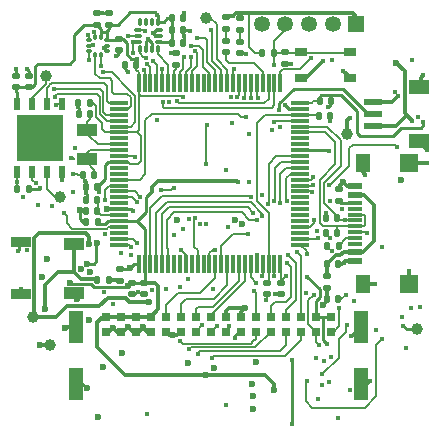
<source format=gbr>
%TF.GenerationSoftware,KiCad,Pcbnew,9.0.1*%
%TF.CreationDate,2026-02-05T11:07:33+03:00*%
%TF.ProjectId,Flybot_FC,466c7962-6f74-45f4-9643-2e6b69636164,rev?*%
%TF.SameCoordinates,Original*%
%TF.FileFunction,Copper,L1,Top*%
%TF.FilePolarity,Positive*%
%FSLAX46Y46*%
G04 Gerber Fmt 4.6, Leading zero omitted, Abs format (unit mm)*
G04 Created by KiCad (PCBNEW 9.0.1) date 2026-02-05 11:07:33*
%MOMM*%
%LPD*%
G01*
G04 APERTURE LIST*
G04 Aperture macros list*
%AMRoundRect*
0 Rectangle with rounded corners*
0 $1 Rounding radius*
0 $2 $3 $4 $5 $6 $7 $8 $9 X,Y pos of 4 corners*
0 Add a 4 corners polygon primitive as box body*
4,1,4,$2,$3,$4,$5,$6,$7,$8,$9,$2,$3,0*
0 Add four circle primitives for the rounded corners*
1,1,$1+$1,$2,$3*
1,1,$1+$1,$4,$5*
1,1,$1+$1,$6,$7*
1,1,$1+$1,$8,$9*
0 Add four rect primitives between the rounded corners*
20,1,$1+$1,$2,$3,$4,$5,0*
20,1,$1+$1,$4,$5,$6,$7,0*
20,1,$1+$1,$6,$7,$8,$9,0*
20,1,$1+$1,$8,$9,$2,$3,0*%
G04 Aperture macros list end*
%TA.AperFunction,SMDPad,CuDef*%
%ADD10R,1.150000X0.600000*%
%TD*%
%TA.AperFunction,SMDPad,CuDef*%
%ADD11R,1.150000X0.300000*%
%TD*%
%TA.AperFunction,SMDPad,CuDef*%
%ADD12R,1.250000X1.550000*%
%TD*%
%TA.AperFunction,SMDPad,CuDef*%
%ADD13R,1.500000X1.550000*%
%TD*%
%TA.AperFunction,SMDPad,CuDef*%
%ADD14R,1.700000X0.812800*%
%TD*%
%TA.AperFunction,SMDPad,CuDef*%
%ADD15R,1.701800X0.990600*%
%TD*%
%TA.AperFunction,SMDPad,CuDef*%
%ADD16R,1.200000X2.750000*%
%TD*%
%TA.AperFunction,SMDPad,CuDef*%
%ADD17R,0.800000X0.800000*%
%TD*%
%TA.AperFunction,SMDPad,CuDef*%
%ADD18RoundRect,0.147500X0.172500X-0.147500X0.172500X0.147500X-0.172500X0.147500X-0.172500X-0.147500X0*%
%TD*%
%TA.AperFunction,SMDPad,CuDef*%
%ADD19R,1.550000X0.600000*%
%TD*%
%TA.AperFunction,SMDPad,CuDef*%
%ADD20R,1.800000X1.200000*%
%TD*%
%TA.AperFunction,SMDPad,CuDef*%
%ADD21RoundRect,0.135000X0.185000X-0.135000X0.185000X0.135000X-0.185000X0.135000X-0.185000X-0.135000X0*%
%TD*%
%TA.AperFunction,SMDPad,CuDef*%
%ADD22RoundRect,0.140000X-0.140000X-0.170000X0.140000X-0.170000X0.140000X0.170000X-0.140000X0.170000X0*%
%TD*%
%TA.AperFunction,ComponentPad*%
%ADD23R,1.350000X1.350000*%
%TD*%
%TA.AperFunction,ComponentPad*%
%ADD24C,1.350000*%
%TD*%
%TA.AperFunction,SMDPad,CuDef*%
%ADD25RoundRect,0.140000X0.170000X-0.140000X0.170000X0.140000X-0.170000X0.140000X-0.170000X-0.140000X0*%
%TD*%
%TA.AperFunction,SMDPad,CuDef*%
%ADD26RoundRect,0.147500X0.147500X0.172500X-0.147500X0.172500X-0.147500X-0.172500X0.147500X-0.172500X0*%
%TD*%
%TA.AperFunction,SMDPad,CuDef*%
%ADD27RoundRect,0.140000X0.140000X0.170000X-0.140000X0.170000X-0.140000X-0.170000X0.140000X-0.170000X0*%
%TD*%
%TA.AperFunction,SMDPad,CuDef*%
%ADD28RoundRect,0.135000X-0.185000X0.135000X-0.185000X-0.135000X0.185000X-0.135000X0.185000X0.135000X0*%
%TD*%
%TA.AperFunction,SMDPad,CuDef*%
%ADD29C,1.000000*%
%TD*%
%TA.AperFunction,SMDPad,CuDef*%
%ADD30R,1.050000X0.650000*%
%TD*%
%TA.AperFunction,SMDPad,CuDef*%
%ADD31RoundRect,0.135000X-0.135000X-0.185000X0.135000X-0.185000X0.135000X0.185000X-0.135000X0.185000X0*%
%TD*%
%TA.AperFunction,SMDPad,CuDef*%
%ADD32RoundRect,0.087500X-0.087500X0.125000X-0.087500X-0.125000X0.087500X-0.125000X0.087500X0.125000X0*%
%TD*%
%TA.AperFunction,SMDPad,CuDef*%
%ADD33RoundRect,0.087500X-0.125000X0.087500X-0.125000X-0.087500X0.125000X-0.087500X0.125000X0.087500X0*%
%TD*%
%TA.AperFunction,SMDPad,CuDef*%
%ADD34RoundRect,0.135000X0.135000X0.185000X-0.135000X0.185000X-0.135000X-0.185000X0.135000X-0.185000X0*%
%TD*%
%TA.AperFunction,SMDPad,CuDef*%
%ADD35RoundRect,0.140000X-0.170000X0.140000X-0.170000X-0.140000X0.170000X-0.140000X0.170000X0.140000X0*%
%TD*%
%TA.AperFunction,SMDPad,CuDef*%
%ADD36RoundRect,0.087500X0.087500X-0.225000X0.087500X0.225000X-0.087500X0.225000X-0.087500X-0.225000X0*%
%TD*%
%TA.AperFunction,SMDPad,CuDef*%
%ADD37RoundRect,0.087500X0.225000X-0.087500X0.225000X0.087500X-0.225000X0.087500X-0.225000X-0.087500X0*%
%TD*%
%TA.AperFunction,SMDPad,CuDef*%
%ADD38RoundRect,0.075000X-0.725000X-0.075000X0.725000X-0.075000X0.725000X0.075000X-0.725000X0.075000X0*%
%TD*%
%TA.AperFunction,SMDPad,CuDef*%
%ADD39RoundRect,0.075000X-0.075000X-0.725000X0.075000X-0.725000X0.075000X0.725000X-0.075000X0.725000X0*%
%TD*%
%TA.AperFunction,SMDPad,CuDef*%
%ADD40R,0.500000X1.100000*%
%TD*%
%TA.AperFunction,SMDPad,CuDef*%
%ADD41R,4.000000X4.000000*%
%TD*%
%TA.AperFunction,SMDPad,CuDef*%
%ADD42R,1.800000X1.000000*%
%TD*%
%TA.AperFunction,SMDPad,CuDef*%
%ADD43RoundRect,0.147500X-0.172500X0.147500X-0.172500X-0.147500X0.172500X-0.147500X0.172500X0.147500X0*%
%TD*%
%TA.AperFunction,ViaPad*%
%ADD44C,0.400000*%
%TD*%
%TA.AperFunction,ViaPad*%
%ADD45C,0.600000*%
%TD*%
%TA.AperFunction,Conductor*%
%ADD46C,0.254000*%
%TD*%
%TA.AperFunction,Conductor*%
%ADD47C,0.350000*%
%TD*%
%TA.AperFunction,Conductor*%
%ADD48C,0.200000*%
%TD*%
G04 APERTURE END LIST*
D10*
%TO.P,J1,A1,GND*%
%TO.N,GND*%
X146085000Y-100880000D03*
%TO.P,J1,A4,VBUS*%
%TO.N,Net-(C10-Pad1)*%
X146085000Y-100080000D03*
D11*
%TO.P,J1,A5,CC1*%
%TO.N,Net-(J1-CC1)*%
X146085000Y-98930000D03*
%TO.P,J1,A6,D+*%
%TO.N,/STM32F722VC_MCU/USB+*%
X146085000Y-97930000D03*
%TO.P,J1,A7,D-*%
%TO.N,/STM32F722VC_MCU/USB-*%
X146085000Y-97430000D03*
%TO.P,J1,A8,SBU1*%
%TO.N,unconnected-(J1-SBU1-PadA8)*%
X146085000Y-96430000D03*
D10*
%TO.P,J1,B1,GND*%
%TO.N,GND*%
X146085000Y-94480000D03*
%TO.P,J1,B4,VBUS*%
%TO.N,Net-(C10-Pad1)*%
X146085000Y-95280000D03*
D11*
%TO.P,J1,B5,CC2*%
%TO.N,Net-(J1-CC2)*%
X146085000Y-95930000D03*
%TO.P,J1,B6,D+*%
%TO.N,/STM32F722VC_MCU/USB+*%
X146085000Y-96930000D03*
%TO.P,J1,B7,D-*%
%TO.N,/STM32F722VC_MCU/USB-*%
X146085000Y-98430000D03*
%TO.P,J1,B8,SBU2*%
%TO.N,unconnected-(J1-SBU2-PadB8)*%
X146085000Y-99430000D03*
D12*
%TO.P,J1,S1,SHIELD*%
%TO.N,GND*%
X146735000Y-102775000D03*
D13*
X150660000Y-102775000D03*
D12*
X146735000Y-92585000D03*
D13*
X150660000Y-92585000D03*
%TD*%
D14*
%TO.P,J5,MP,MountPin*%
%TO.N,GND*%
X117760000Y-103690000D03*
X117760000Y-99289998D03*
D15*
%TO.P,J5,2,Pin_2*%
X122266400Y-103599998D03*
%TO.P,J5,1,Pin_1*%
%TO.N,Net-(J5-Pin_1)*%
X122266400Y-99400002D03*
%TD*%
D16*
%TO.P,J4,MP,MP*%
%TO.N,GND*%
X122480000Y-106410000D03*
X122480000Y-111260000D03*
X146550000Y-106410000D03*
X146550000Y-111260000D03*
D17*
%TO.P,J4,a1,Pin_a1*%
%TO.N,/ExposedPeripherals/SDA*%
X144040000Y-106835000D03*
%TO.P,J4,a2,Pin_a2*%
%TO.N,/ExposedPeripherals/SCL*%
X142770000Y-106835000D03*
%TO.P,J4,a3,Pin_a3*%
%TO.N,/ExposedPeripherals/CAN1.RX*%
X141500000Y-106835000D03*
%TO.P,J4,a4,Pin_a4*%
%TO.N,/ExposedPeripherals/CAN1.TX*%
X140230000Y-106835000D03*
%TO.P,J4,a5,Pin_a5*%
%TO.N,/ExposedPeripherals/ELRS.USART2.RX*%
X138960000Y-106835000D03*
%TO.P,J4,a6,Pin_a6*%
%TO.N,/ExposedPeripherals/ELRS.USART2.TX*%
X137690000Y-106835000D03*
%TO.P,J4,a7,Pin_a7*%
%TO.N,/ExposedPeripherals/GPS.UART5.RX*%
X136420000Y-106835000D03*
%TO.P,J4,a8,Pin_a8*%
%TO.N,/ExposedPeripherals/GPS.UART5.TX*%
X135150000Y-106835000D03*
%TO.P,J4,a9,Pin_a9*%
%TO.N,/ExposedPeripherals/SPARE.UART8.TX*%
X133880000Y-106835000D03*
%TO.P,J4,a10,Pin_a10*%
%TO.N,/ExposedPeripherals/SPARE.UART8.RX*%
X132610000Y-106835000D03*
%TO.P,J4,a11,Pin_a11*%
%TO.N,GND*%
X131340000Y-106835000D03*
%TO.P,J4,a12,Pin_a12*%
X130070000Y-106835000D03*
%TO.P,J4,a13,Pin_a13*%
X128800000Y-106835000D03*
%TO.P,J4,a14,Pin_a14*%
X127530000Y-106835000D03*
%TO.P,J4,a15,Pin_a15*%
X126260000Y-106835000D03*
%TO.P,J4,a16,Pin_a16*%
X124990000Y-106835000D03*
%TO.P,J4,b1,Pin_b1*%
%TO.N,+3V3*%
X144040000Y-105565000D03*
%TO.P,J4,b2,Pin_b2*%
X142770000Y-105565000D03*
%TO.P,J4,b3,Pin_b3*%
%TO.N,/ExposedPeripherals/ESC5*%
X141500000Y-105565000D03*
%TO.P,J4,b4,Pin_b4*%
%TO.N,/ExposedPeripherals/ESC6*%
X140230000Y-105565000D03*
%TO.P,J4,b5,Pin_b5*%
%TO.N,/ExposedPeripherals/ESC7*%
X138960000Y-105565000D03*
%TO.P,J4,b6,Pin_b6*%
%TO.N,/ExposedPeripherals/ESC8*%
X137690000Y-105565000D03*
%TO.P,J4,b7,Pin_b7*%
%TO.N,+5V*%
X136420000Y-105565000D03*
%TO.P,J4,b8,Pin_b8*%
X135150000Y-105565000D03*
%TO.P,J4,b9,Pin_b9*%
%TO.N,/ExposedPeripherals/ESC4*%
X133880000Y-105565000D03*
%TO.P,J4,b10,Pin_b10*%
%TO.N,/ExposedPeripherals/ESC3*%
X132610000Y-105565000D03*
%TO.P,J4,b11,Pin_b11*%
%TO.N,/ExposedPeripherals/ESC2*%
X131340000Y-105565000D03*
%TO.P,J4,b12,Pin_b12*%
%TO.N,/ExposedPeripherals/ESC1*%
X130070000Y-105565000D03*
%TO.P,J4,b13,Pin_b13*%
%TO.N,+3V3*%
X128800000Y-105565000D03*
%TO.P,J4,b14,Pin_b14*%
X127530000Y-105565000D03*
%TO.P,J4,b15,Pin_b15*%
X126260000Y-105565000D03*
%TO.P,J4,b16,Pin_b16*%
X124990000Y-105565000D03*
%TD*%
D18*
%TO.P,D2,1,K*%
%TO.N,/STM32F722VC_MCU/Blue LED*%
X135120000Y-83202500D03*
%TO.P,D2,2,A*%
%TO.N,Net-(D2-A)*%
X135120000Y-82232500D03*
%TD*%
D19*
%TO.P,J3,1,Pin_1*%
%TO.N,+5V*%
X147590000Y-89410000D03*
%TO.P,J3,2,Pin_2*%
%TO.N,/MAX7456_OSD/VIN*%
X147590000Y-88410000D03*
%TO.P,J3,3,Pin_3*%
%TO.N,GND*%
X147590000Y-87410000D03*
D20*
%TO.P,J3,MP,MountPin*%
X151465000Y-90710000D03*
X151465000Y-86110000D03*
%TD*%
D21*
%TO.P,R2,1*%
%TO.N,Net-(U1-BOOT0)*%
X130930000Y-84270000D03*
%TO.P,R2,2*%
%TO.N,GND*%
X130930000Y-83250000D03*
%TD*%
D22*
%TO.P,C67,1*%
%TO.N,+3V3*%
X130597500Y-82377500D03*
%TO.P,C67,2*%
%TO.N,GND*%
X131557500Y-82377500D03*
%TD*%
D23*
%TO.P,J2,1,Pin_1*%
%TO.N,+3V3*%
X146190000Y-80830000D03*
D24*
%TO.P,J2,2,Pin_2*%
%TO.N,/STM32F722VC_MCU/SWDIO*%
X144190000Y-80830000D03*
%TO.P,J2,3,Pin_3*%
%TO.N,/STM32F722VC_MCU/SWDCLK*%
X142190000Y-80830000D03*
%TO.P,J2,4,Pin_4*%
%TO.N,/STM32F722VC_MCU/NRST*%
X140190000Y-80830000D03*
%TO.P,J2,5,Pin_5*%
%TO.N,GND*%
X138190000Y-80830000D03*
%TD*%
D22*
%TO.P,C10,1*%
%TO.N,Net-(C10-Pad1)*%
X143700000Y-101140000D03*
%TO.P,C10,2*%
%TO.N,GND*%
X144660000Y-101140000D03*
%TD*%
D25*
%TO.P,C84,1*%
%TO.N,+3V3*%
X118450000Y-86170000D03*
%TO.P,C84,2*%
%TO.N,GND*%
X118450000Y-85210000D03*
%TD*%
D18*
%TO.P,D3,1,K*%
%TO.N,/STM32F722VC_MCU/Green LED*%
X136350000Y-83265000D03*
%TO.P,D3,2,A*%
%TO.N,Net-(D3-A)*%
X136350000Y-82295000D03*
%TD*%
D26*
%TO.P,D1,1,A1*%
%TO.N,/STM32F722VC_MCU/USB-*%
X144577500Y-97210000D03*
%TO.P,D1,2,A2*%
%TO.N,GND*%
X143607500Y-97210000D03*
%TD*%
D27*
%TO.P,C15,1*%
%TO.N,/STM32F722VC_MCU/OSC32_IN*%
X123640452Y-88429675D03*
%TO.P,C15,2*%
%TO.N,GND*%
X122680452Y-88429675D03*
%TD*%
D28*
%TO.P,R6,1*%
%TO.N,+3V3*%
X135120000Y-80215000D03*
%TO.P,R6,2*%
%TO.N,Net-(D2-A)*%
X135120000Y-81235000D03*
%TD*%
D27*
%TO.P,C6,1*%
%TO.N,+3V3*%
X123610452Y-87449675D03*
%TO.P,C6,2*%
%TO.N,GND*%
X122650452Y-87449675D03*
%TD*%
D29*
%TO.P,TP15,1,1*%
%TO.N,GND*%
X120220000Y-107990000D03*
%TD*%
D22*
%TO.P,C65,1*%
%TO.N,+3V3*%
X130597500Y-80327500D03*
%TO.P,C65,2*%
%TO.N,GND*%
X131557500Y-80327500D03*
%TD*%
D29*
%TO.P,TP17,1,1*%
%TO.N,+3V3*%
X151290000Y-106630000D03*
%TD*%
D30*
%TO.P,SW1,1,1*%
%TO.N,GND*%
X145625000Y-85345000D03*
X141475000Y-85345000D03*
%TO.P,SW1,2,2*%
%TO.N,/STM32F722VC_MCU/NRST*%
X145625000Y-83195000D03*
X141475000Y-83195000D03*
%TD*%
D31*
%TO.P,R1,1*%
%TO.N,+3V3*%
X138230000Y-83230000D03*
%TO.P,R1,2*%
%TO.N,/STM32F722VC_MCU/NRST*%
X139250000Y-83230000D03*
%TD*%
D32*
%TO.P,U4,1,Vdd_IO*%
%TO.N,+3V3*%
X124602500Y-81860000D03*
%TO.P,U4,2,SPC*%
%TO.N,/SCLK*%
X124102500Y-81860000D03*
D33*
%TO.P,U4,3,GND*%
%TO.N,GND*%
X123590000Y-82122500D03*
%TO.P,U4,4,SDI*%
%TO.N,/MOSI*%
X123590000Y-82622500D03*
%TO.P,U4,5,SDO*%
%TO.N,/MISO*%
X123590000Y-83122500D03*
D32*
%TO.P,U4,6,~{CS}*%
%TO.N,/LPS22HBTR_PressureSensor/MEMS1_CS*%
X124102500Y-83385000D03*
%TO.P,U4,7,INT_DRDY*%
%TO.N,/LPS22HBTR_PressureSensor/MEMS1_INT*%
X124602500Y-83385000D03*
D33*
%TO.P,U4,8,GND*%
%TO.N,GND*%
X125115000Y-83122500D03*
%TO.P,U4,9,GND*%
X125115000Y-82622500D03*
%TO.P,U4,10,VDD*%
%TO.N,+3V3*%
X125115000Y-82122500D03*
%TD*%
D29*
%TO.P,TP13,1,1*%
%TO.N,Batt+*%
X118800000Y-105630000D03*
%TD*%
D27*
%TO.P,C1,1*%
%TO.N,+3V3*%
X124300000Y-97580000D03*
%TO.P,C1,2*%
%TO.N,GND*%
X123340000Y-97580000D03*
%TD*%
D29*
%TO.P,TP27,1,1*%
%TO.N,GND*%
X145440000Y-90100000D03*
%TD*%
D34*
%TO.P,R42,1*%
%TO.N,+3V3*%
X118490000Y-94780000D03*
%TO.P,R42,2*%
%TO.N,/STM32F722VC_MCU/Flash.~{SS}*%
X117470000Y-94780000D03*
%TD*%
D31*
%TO.P,R32,1*%
%TO.N,Net-(J5-Pin_1)*%
X124230000Y-102480000D03*
%TO.P,R32,2*%
%TO.N,Net-(D7-A)*%
X125250000Y-102480000D03*
%TD*%
D25*
%TO.P,C60,1*%
%TO.N,+3V3*%
X124222500Y-80849157D03*
%TO.P,C60,2*%
%TO.N,GND*%
X124222500Y-79889157D03*
%TD*%
D35*
%TO.P,C61,1*%
%TO.N,+3V3*%
X126122500Y-82069500D03*
%TO.P,C61,2*%
%TO.N,GND*%
X126122500Y-83029500D03*
%TD*%
D22*
%TO.P,C4,1*%
%TO.N,+3V3*%
X143090000Y-87330000D03*
%TO.P,C4,2*%
%TO.N,GND*%
X144050000Y-87330000D03*
%TD*%
D29*
%TO.P,TP21,1,1*%
%TO.N,Net-(U1-PD4)*%
X133460000Y-80270000D03*
%TD*%
D35*
%TO.P,C2,1*%
%TO.N,+3V3*%
X128210000Y-102720000D03*
%TO.P,C2,2*%
%TO.N,GND*%
X128210000Y-103680000D03*
%TD*%
D27*
%TO.P,C7,1*%
%TO.N,+3V3*%
X124240000Y-94630000D03*
%TO.P,C7,2*%
%TO.N,GND*%
X123280000Y-94630000D03*
%TD*%
D22*
%TO.P,C9,1*%
%TO.N,VBUS*%
X143720000Y-104090000D03*
%TO.P,C9,2*%
%TO.N,GND*%
X144680000Y-104090000D03*
%TD*%
D36*
%TO.P,U6,1,SDO/SA0*%
%TO.N,/MISO*%
X127860000Y-82952500D03*
%TO.P,U6,2,SDX*%
%TO.N,GND*%
X128360000Y-82952500D03*
%TO.P,U6,3,SCX*%
X128860000Y-82952500D03*
%TO.P,U6,4,INT1*%
%TO.N,/LSM6DSOX_IMU/IMU1_INT*%
X129360000Y-82952500D03*
D37*
%TO.P,U6,5,VDDIO*%
%TO.N,+3V3*%
X129522500Y-82290000D03*
%TO.P,U6,6,GND*%
%TO.N,GND*%
X129522500Y-81790000D03*
%TO.P,U6,7,GND*%
X129522500Y-81290000D03*
D36*
%TO.P,U6,8,VDD*%
%TO.N,+3V3*%
X129360000Y-80627500D03*
%TO.P,U6,9,INT2*%
%TO.N,unconnected-(U6-INT2-Pad9)*%
X128860000Y-80627500D03*
%TO.P,U6,10,NC*%
%TO.N,unconnected-(U6-NC-Pad10)*%
X128360000Y-80627500D03*
%TO.P,U6,11,NC*%
%TO.N,unconnected-(U6-NC-Pad11)*%
X127860000Y-80627500D03*
D37*
%TO.P,U6,12,CS*%
%TO.N,/LSM6DSOX_IMU/IMU1.CS*%
X127697500Y-81290000D03*
%TO.P,U6,13,SCL*%
%TO.N,/SCLK*%
X127697500Y-81790000D03*
%TO.P,U6,14,SDA*%
%TO.N,/MOSI*%
X127697500Y-82290000D03*
%TD*%
D25*
%TO.P,C85,1*%
%TO.N,+3V3*%
X117350000Y-86170000D03*
%TO.P,C85,2*%
%TO.N,GND*%
X117350000Y-85210000D03*
%TD*%
D18*
%TO.P,L1,1,1*%
%TO.N,VBUS*%
X143740000Y-103110000D03*
%TO.P,L1,2,2*%
%TO.N,Net-(C10-Pad1)*%
X143740000Y-102140000D03*
%TD*%
D34*
%TO.P,R3,1*%
%TO.N,Net-(J1-CC1)*%
X144720000Y-99560000D03*
%TO.P,R3,2*%
%TO.N,GND*%
X143700000Y-99560000D03*
%TD*%
D35*
%TO.P,C11,1*%
%TO.N,/STM32F722VC_MCU/NRST*%
X140150000Y-83200000D03*
%TO.P,C11,2*%
%TO.N,GND*%
X140150000Y-84160000D03*
%TD*%
D22*
%TO.P,C18,1*%
%TO.N,Net-(U1-VCAP_1)*%
X143000000Y-88560000D03*
%TO.P,C18,2*%
%TO.N,GND*%
X143960000Y-88560000D03*
%TD*%
%TO.P,C66,1*%
%TO.N,+3V3*%
X130597500Y-81337500D03*
%TO.P,C66,2*%
%TO.N,GND*%
X131557500Y-81337500D03*
%TD*%
D27*
%TO.P,C13,1*%
%TO.N,Net-(U1-VREF+)*%
X124250000Y-96650000D03*
%TO.P,C13,2*%
%TO.N,GND*%
X123290000Y-96650000D03*
%TD*%
D26*
%TO.P,D11,1,A1*%
%TO.N,/STM32F722VC_MCU/USB+*%
X144577500Y-98460000D03*
%TO.P,D11,2,A2*%
%TO.N,GND*%
X143607500Y-98460000D03*
%TD*%
D38*
%TO.P,U1,1,PE2*%
%TO.N,/STM32F722VC_MCU/Flash.CLK*%
X126085000Y-87475000D03*
%TO.P,U1,2,PE3*%
%TO.N,/LPS22HBTR_PressureSensor/MEMS1_CS*%
X126085000Y-87975000D03*
%TO.P,U1,3,PE4*%
%TO.N,/STM32F722VC_MCU/Flash.~{SS}*%
X126085000Y-88475000D03*
%TO.P,U1,4,PE5*%
%TO.N,/STM32F722VC_MCU/Flash.MISO*%
X126085000Y-88975000D03*
%TO.P,U1,5,PE6*%
%TO.N,/STM32F722VC_MCU/Flash.MOSI*%
X126085000Y-89475000D03*
%TO.P,U1,6,VBAT*%
%TO.N,+3V3*%
X126085000Y-89975000D03*
%TO.P,U1,7,PC13*%
%TO.N,unconnected-(U1-PC13-Pad7)*%
X126085000Y-90475000D03*
%TO.P,U1,8,PC14*%
%TO.N,/STM32F722VC_MCU/OSC32_IN*%
X126085000Y-90975000D03*
%TO.P,U1,9,PC15*%
%TO.N,/STM32F722VC_MCU/OSC32_OUT*%
X126085000Y-91475000D03*
%TO.P,U1,10,VSS*%
%TO.N,GND*%
X126085000Y-91975000D03*
%TO.P,U1,11,VDD*%
%TO.N,+3V3*%
X126085000Y-92475000D03*
%TO.P,U1,12,PH0*%
%TO.N,unconnected-(U1-PH0-Pad12)*%
X126085000Y-92975000D03*
%TO.P,U1,13,PH1*%
%TO.N,unconnected-(U1-PH1-Pad13)*%
X126085000Y-93475000D03*
%TO.P,U1,14,NRST*%
%TO.N,/STM32F722VC_MCU/NRST*%
X126085000Y-93975000D03*
%TO.P,U1,15,PC0*%
%TO.N,/LPS22HBTR_PressureSensor/MEMS1_INT*%
X126085000Y-94475000D03*
%TO.P,U1,16,PC1*%
%TO.N,/MOSI*%
X126085000Y-94975000D03*
%TO.P,U1,17,PC2*%
%TO.N,/MISO*%
X126085000Y-95475000D03*
%TO.P,U1,18,PC3*%
%TO.N,unconnected-(U1-PC3-Pad18)*%
X126085000Y-95975000D03*
%TO.P,U1,19,VSSA*%
%TO.N,GND*%
X126085000Y-96475000D03*
%TO.P,U1,20,VREF+*%
%TO.N,Net-(U1-VREF+)*%
X126085000Y-96975000D03*
%TO.P,U1,21,VDDA*%
%TO.N,+3V3*%
X126085000Y-97475000D03*
%TO.P,U1,22,PA0*%
%TO.N,/Battery_Monitoring/V.bat_sense_ctrl*%
X126085000Y-97975000D03*
%TO.P,U1,23,PA1*%
%TO.N,unconnected-(U1-PA1-Pad23)*%
X126085000Y-98475000D03*
%TO.P,U1,24,PA2*%
%TO.N,/ExposedPeripherals/ELRS.USART2.TX*%
X126085000Y-98975000D03*
%TO.P,U1,25,PA3*%
%TO.N,/ExposedPeripherals/ELRS.USART2.RX*%
X126085000Y-99475000D03*
D39*
%TO.P,U1,26,VSS*%
%TO.N,GND*%
X127760000Y-101150000D03*
%TO.P,U1,27,VDD*%
%TO.N,+3V3*%
X128260000Y-101150000D03*
%TO.P,U1,28,PA4*%
%TO.N,/MAX7456_OSD/OSD.~{CS}*%
X128760000Y-101150000D03*
%TO.P,U1,29,PA5*%
%TO.N,/MAX7456_OSD/0SD.SCLK*%
X129260000Y-101150000D03*
%TO.P,U1,30,PA6*%
%TO.N,/MAX7456_OSD/OSD.MISO*%
X129760000Y-101150000D03*
%TO.P,U1,31,PA7*%
%TO.N,/MAX7456_OSD/OSD.MOSI*%
X130260000Y-101150000D03*
%TO.P,U1,32,PC4*%
%TO.N,unconnected-(U1-PC4-Pad32)*%
X130760000Y-101150000D03*
%TO.P,U1,33,PC5*%
%TO.N,unconnected-(U1-PC5-Pad33)*%
X131260000Y-101150000D03*
%TO.P,U1,34,PB0*%
%TO.N,/Battery_Monitoring/V.BAT*%
X131760000Y-101150000D03*
%TO.P,U1,35,PB1*%
%TO.N,unconnected-(U1-PB1-Pad35)*%
X132260000Y-101150000D03*
%TO.P,U1,36,PB2*%
%TO.N,/ML5805_VTX/VTX.SDO*%
X132760000Y-101150000D03*
%TO.P,U1,37,PE7*%
%TO.N,unconnected-(U1-PE7-Pad37)*%
X133260000Y-101150000D03*
%TO.P,U1,38,PE8*%
%TO.N,/LSM6DSOX_IMU/IMU2_INT*%
X133760000Y-101150000D03*
%TO.P,U1,39,PE9*%
%TO.N,/ExposedPeripherals/ESC1*%
X134260000Y-101150000D03*
%TO.P,U1,40,PE10*%
%TO.N,/LPS22HBTR_PressureSensor/MEMS2_CS*%
X134760000Y-101150000D03*
%TO.P,U1,41,PE11*%
%TO.N,/ExposedPeripherals/ESC2*%
X135260000Y-101150000D03*
%TO.P,U1,42,PE12*%
%TO.N,unconnected-(U1-PE12-Pad42)*%
X135760000Y-101150000D03*
%TO.P,U1,43,PE13*%
%TO.N,/ExposedPeripherals/ESC3*%
X136260000Y-101150000D03*
%TO.P,U1,44,PE14*%
%TO.N,/ExposedPeripherals/ESC4*%
X136760000Y-101150000D03*
%TO.P,U1,45,PE15*%
%TO.N,/LPS22HBTR_PressureSensor/MEMS2_INT*%
X137260000Y-101150000D03*
%TO.P,U1,46,PB10*%
%TO.N,/Battery_Monitoring/Sense.SCL*%
X137760000Y-101150000D03*
%TO.P,U1,47,PB11*%
%TO.N,/Battery_Monitoring/Sense.SDA*%
X138260000Y-101150000D03*
%TO.P,U1,48,VCAP_1*%
%TO.N,Net-(U1-VCAP_1)*%
X138760000Y-101150000D03*
%TO.P,U1,49,VSS*%
%TO.N,GND*%
X139260000Y-101150000D03*
%TO.P,U1,50,VDD*%
%TO.N,+3V3*%
X139760000Y-101150000D03*
D38*
%TO.P,U1,51,PB12*%
%TO.N,/LSM6DSOX_IMU/IMU2.CS*%
X141435000Y-99475000D03*
%TO.P,U1,52,PB13*%
%TO.N,/SCLK*%
X141435000Y-98975000D03*
%TO.P,U1,53,PB14*%
%TO.N,unconnected-(U1-PB14-Pad53)*%
X141435000Y-98475000D03*
%TO.P,U1,54,PB15*%
%TO.N,/STM32F722VC_MCU/Green LED*%
X141435000Y-97975000D03*
%TO.P,U1,55,PD8*%
%TO.N,unconnected-(U1-PD8-Pad55)*%
X141435000Y-97475000D03*
%TO.P,U1,56,PD9*%
%TO.N,unconnected-(U1-PD9-Pad56)*%
X141435000Y-96975000D03*
%TO.P,U1,57,PD10*%
%TO.N,unconnected-(U1-PD10-Pad57)*%
X141435000Y-96475000D03*
%TO.P,U1,58,PD11*%
%TO.N,unconnected-(U1-PD11-Pad58)*%
X141435000Y-95975000D03*
%TO.P,U1,59,PD12*%
%TO.N,unconnected-(U1-PD12-Pad59)*%
X141435000Y-95475000D03*
%TO.P,U1,60,PD13*%
%TO.N,/MAX7456_OSD/LOS*%
X141435000Y-94975000D03*
%TO.P,U1,61,PD14*%
%TO.N,/MAX7456_OSD/~{HSYNC}*%
X141435000Y-94475000D03*
%TO.P,U1,62,PD15*%
%TO.N,/MAX7456_OSD/~{VSYNC}*%
X141435000Y-93975000D03*
%TO.P,U1,63,PC6*%
%TO.N,/ExposedPeripherals/ESC5*%
X141435000Y-93475000D03*
%TO.P,U1,64,PC7*%
%TO.N,/ExposedPeripherals/ESC6*%
X141435000Y-92975000D03*
%TO.P,U1,65,PC8*%
%TO.N,/ExposedPeripherals/ESC7*%
X141435000Y-92475000D03*
%TO.P,U1,66,PC9*%
%TO.N,/ExposedPeripherals/ESC8*%
X141435000Y-91975000D03*
%TO.P,U1,67,PA8*%
%TO.N,/MAX7456_OSD/OSD.~{RESET}*%
X141435000Y-91475000D03*
%TO.P,U1,68,PA9*%
%TO.N,unconnected-(U1-PA9-Pad68)*%
X141435000Y-90975000D03*
%TO.P,U1,69,PA10*%
%TO.N,unconnected-(U1-PA10-Pad69)*%
X141435000Y-90475000D03*
%TO.P,U1,70,PA11*%
%TO.N,/STM32F722VC_MCU/USB+*%
X141435000Y-89975000D03*
%TO.P,U1,71,PA12*%
%TO.N,/STM32F722VC_MCU/USB-*%
X141435000Y-89475000D03*
%TO.P,U1,72,PA13*%
%TO.N,/STM32F722VC_MCU/SWDIO*%
X141435000Y-88975000D03*
%TO.P,U1,73,VCAP_2*%
%TO.N,Net-(U1-VCAP_1)*%
X141435000Y-88475000D03*
%TO.P,U1,74,VSS*%
%TO.N,GND*%
X141435000Y-87975000D03*
%TO.P,U1,75,VDD*%
%TO.N,+3V3*%
X141435000Y-87475000D03*
D39*
%TO.P,U1,76,PA14*%
%TO.N,/STM32F722VC_MCU/SWDCLK*%
X139760000Y-85800000D03*
%TO.P,U1,77,PA15*%
%TO.N,/ML5805_VTX/VTX.CS*%
X139260000Y-85800000D03*
%TO.P,U1,78,PC10*%
%TO.N,/ML5805_VTX/VTX.CLK*%
X138760000Y-85800000D03*
%TO.P,U1,79,PC11*%
%TO.N,/STM32F722VC_MCU/Blue LED*%
X138260000Y-85800000D03*
%TO.P,U1,80,PC12*%
%TO.N,/ExposedPeripherals/GPS.UART5.TX*%
X137760000Y-85800000D03*
%TO.P,U1,81,PD0*%
%TO.N,/ExposedPeripherals/CAN1.RX*%
X137260000Y-85800000D03*
%TO.P,U1,82,PD1*%
%TO.N,/ExposedPeripherals/CAN1.TX*%
X136760000Y-85800000D03*
%TO.P,U1,83,PD2*%
%TO.N,/ExposedPeripherals/GPS.UART5.RX*%
X136260000Y-85800000D03*
%TO.P,U1,84,PD3*%
%TO.N,Net-(U1-PD3)*%
X135760000Y-85800000D03*
%TO.P,U1,85,PD4*%
%TO.N,Net-(U1-PD4)*%
X135260000Y-85800000D03*
%TO.P,U1,86,PD5*%
%TO.N,Net-(U1-PD5)*%
X134760000Y-85800000D03*
%TO.P,U1,87,PD6*%
%TO.N,Net-(U1-PD6)*%
X134260000Y-85800000D03*
%TO.P,U1,88,PD7*%
%TO.N,Net-(U1-PD7)*%
X133760000Y-85800000D03*
%TO.P,U1,89,PB3*%
%TO.N,unconnected-(U1-PB3-Pad89)*%
X133260000Y-85800000D03*
%TO.P,U1,90,PB4*%
%TO.N,unconnected-(U1-PB4-Pad90)*%
X132760000Y-85800000D03*
%TO.P,U1,91,PB5*%
%TO.N,/ML5805_VTX/VTX.XCEN*%
X132260000Y-85800000D03*
%TO.P,U1,92,PB6*%
%TO.N,/ExposedPeripherals/SCL*%
X131760000Y-85800000D03*
%TO.P,U1,93,PB7*%
%TO.N,/ExposedPeripherals/SDA*%
X131260000Y-85800000D03*
%TO.P,U1,94,BOOT0*%
%TO.N,Net-(U1-BOOT0)*%
X130760000Y-85800000D03*
%TO.P,U1,95,PB8*%
%TO.N,/LSM6DSOX_IMU/IMU1_INT*%
X130260000Y-85800000D03*
%TO.P,U1,96,PB9*%
%TO.N,/LSM6DSOX_IMU/IMU1.CS*%
X129760000Y-85800000D03*
%TO.P,U1,97,PE0*%
%TO.N,/ExposedPeripherals/SPARE.UART8.RX*%
X129260000Y-85800000D03*
%TO.P,U1,98,PE1*%
%TO.N,/ExposedPeripherals/SPARE.UART8.TX*%
X128760000Y-85800000D03*
%TO.P,U1,99,VSS*%
%TO.N,GND*%
X128260000Y-85800000D03*
%TO.P,U1,100,VDD*%
%TO.N,+3V3*%
X127760000Y-85800000D03*
%TD*%
D40*
%TO.P,U11,1,~{CS}*%
%TO.N,/STM32F722VC_MCU/Flash.~{SS}*%
X117495000Y-93330000D03*
%TO.P,U11,2,DO/IO_{1}*%
%TO.N,/STM32F722VC_MCU/Flash.MISO*%
X118765000Y-93330000D03*
%TO.P,U11,3,~{WP}/IO_{2}*%
%TO.N,Net-(U11-~{WP}{slash}IO_{2})*%
X120035000Y-93330000D03*
%TO.P,U11,4,GND*%
%TO.N,GND*%
X121305000Y-93330000D03*
%TO.P,U11,5,DI/IO_{0}*%
%TO.N,/STM32F722VC_MCU/Flash.MOSI*%
X121305000Y-87530000D03*
%TO.P,U11,6,CLK*%
%TO.N,/STM32F722VC_MCU/Flash.CLK*%
X120035000Y-87530000D03*
%TO.P,U11,7,~{HOLD}/~{RESET}/IO_{3}*%
%TO.N,Net-(U11-~{HOLD}{slash}~{RESET}{slash}IO_{3})*%
X118765000Y-87530000D03*
%TO.P,U11,8,VCC*%
%TO.N,+3V3*%
X117495000Y-87530000D03*
D41*
%TO.P,U11,9,EP*%
%TO.N,GND*%
X119400000Y-90430000D03*
%TD*%
D27*
%TO.P,C14,1*%
%TO.N,/STM32F722VC_MCU/OSC32_OUT*%
X124000000Y-93540000D03*
%TO.P,C14,2*%
%TO.N,GND*%
X123040000Y-93540000D03*
%TD*%
D35*
%TO.P,C19,1*%
%TO.N,Net-(U1-VCAP_1)*%
X138640000Y-102730000D03*
%TO.P,C19,2*%
%TO.N,GND*%
X138640000Y-103690000D03*
%TD*%
D25*
%TO.P,C59,1*%
%TO.N,+3V3*%
X125227000Y-80849157D03*
%TO.P,C59,2*%
%TO.N,GND*%
X125227000Y-79889157D03*
%TD*%
D27*
%TO.P,C12,1*%
%TO.N,Net-(U1-VREF+)*%
X124260000Y-95710000D03*
%TO.P,C12,2*%
%TO.N,GND*%
X123300000Y-95710000D03*
%TD*%
D35*
%TO.P,C8,1*%
%TO.N,+3V3*%
X127220000Y-102700000D03*
%TO.P,C8,2*%
%TO.N,GND*%
X127220000Y-103660000D03*
%TD*%
D27*
%TO.P,C5,1*%
%TO.N,+3V3*%
X127560000Y-84250000D03*
%TO.P,C5,2*%
%TO.N,GND*%
X126600000Y-84250000D03*
%TD*%
D42*
%TO.P,Y1,1,1*%
%TO.N,/STM32F722VC_MCU/OSC32_OUT*%
X123350000Y-92230000D03*
%TO.P,Y1,2,2*%
%TO.N,/STM32F722VC_MCU/OSC32_IN*%
X123350000Y-89730000D03*
%TD*%
D28*
%TO.P,R7,1*%
%TO.N,+3V3*%
X136350000Y-80255000D03*
%TO.P,R7,2*%
%TO.N,Net-(D3-A)*%
X136350000Y-81275000D03*
%TD*%
D29*
%TO.P,TP18,1,1*%
%TO.N,Net-(U11-~{WP}{slash}IO_{2})*%
X121140000Y-95440000D03*
%TD*%
D43*
%TO.P,D7,1,K*%
%TO.N,GND*%
X126210000Y-101545000D03*
%TO.P,D7,2,A*%
%TO.N,Net-(D7-A)*%
X126210000Y-102515000D03*
%TD*%
D21*
%TO.P,R4,1*%
%TO.N,Net-(J1-CC2)*%
X144710000Y-95750000D03*
%TO.P,R4,2*%
%TO.N,GND*%
X144710000Y-94730000D03*
%TD*%
D35*
%TO.P,C3,1*%
%TO.N,+3V3*%
X139780000Y-102690000D03*
%TO.P,C3,2*%
%TO.N,GND*%
X139780000Y-103650000D03*
%TD*%
D29*
%TO.P,TP19,1,1*%
%TO.N,Net-(U11-~{HOLD}{slash}~{RESET}{slash}IO_{3})*%
X119910000Y-85190000D03*
%TD*%
D44*
%TO.N,+3V3*%
X151840000Y-89090000D03*
D45*
%TO.N,GND*%
X145100000Y-94190000D03*
D44*
X122610000Y-87850000D03*
X127720000Y-103450000D03*
X150940000Y-83810000D03*
X132080000Y-81350000D03*
X123280000Y-95130000D03*
X147850000Y-106680000D03*
X143980000Y-98880000D03*
X135150000Y-93190000D03*
X118350000Y-84640000D03*
X129340000Y-88960000D03*
D45*
X123590000Y-105870000D03*
X134152732Y-109911360D03*
D44*
X135560000Y-86970000D03*
X128430000Y-113780000D03*
X127270000Y-96600000D03*
X143330000Y-83960000D03*
X137090000Y-94170000D03*
X122240000Y-93480000D03*
X147380000Y-111050000D03*
X128530000Y-82070000D03*
X130070000Y-103210000D03*
X128950000Y-81570000D03*
X124820000Y-82820000D03*
X145700000Y-107240000D03*
D45*
X125580000Y-106510000D03*
D44*
X119570000Y-90640000D03*
X143980000Y-89050000D03*
X140180000Y-87660000D03*
X145070000Y-84740000D03*
D45*
X122820000Y-96580000D03*
D44*
X150100000Y-105580000D03*
X117770000Y-103250000D03*
D45*
X137440000Y-112280000D03*
D44*
X139070000Y-89810000D03*
X151830000Y-85140000D03*
X117520000Y-99990000D03*
X117390000Y-84610000D03*
X128220000Y-84700000D03*
X143480000Y-109290000D03*
X142970000Y-112570000D03*
X144100000Y-100040000D03*
X125850000Y-83520000D03*
D45*
X123390000Y-111650000D03*
D44*
X139270000Y-103620000D03*
D45*
X119450000Y-108000000D03*
D44*
X150850000Y-104850000D03*
D45*
X137370000Y-111300000D03*
D44*
X143810000Y-87800000D03*
X147770000Y-102770000D03*
D45*
X126990000Y-101490000D03*
D44*
X117930000Y-95450000D03*
D45*
X124750000Y-109810000D03*
D44*
X150670000Y-101710000D03*
X149740000Y-86910000D03*
D45*
X128150000Y-106487500D03*
D44*
X123450000Y-81710000D03*
X119250000Y-96140000D03*
D45*
X124330000Y-114100000D03*
D44*
X139250000Y-102170000D03*
X145620000Y-111790000D03*
D45*
X130670000Y-107110000D03*
X131900000Y-109520000D03*
D44*
X126845000Y-84845000D03*
X146960000Y-93580000D03*
D45*
X137470000Y-113380000D03*
X121560000Y-106570000D03*
D44*
X143607500Y-96782500D03*
D45*
X135880000Y-97400000D03*
D44*
X143860000Y-111130000D03*
X152170000Y-91460000D03*
X127480000Y-92090000D03*
D45*
X126320000Y-108620000D03*
D44*
X139710000Y-89540000D03*
X131570000Y-81840000D03*
X120420000Y-96230000D03*
X141960000Y-103590000D03*
X151550000Y-104750000D03*
X124690000Y-79860000D03*
X150370000Y-108210000D03*
D45*
X125050000Y-96420000D03*
X123680000Y-101810000D03*
D44*
X118300000Y-99940000D03*
D45*
X119580000Y-102190000D03*
D44*
X122360000Y-91290000D03*
D45*
X122841400Y-101516242D03*
X137701165Y-109438970D03*
X136470000Y-97760000D03*
X126860000Y-106440000D03*
D44*
X145650000Y-88750000D03*
X138230000Y-95270000D03*
X130460000Y-83230000D03*
X137140000Y-90080000D03*
X140670000Y-84170000D03*
X144670000Y-114130000D03*
X151377225Y-88676328D03*
X138510000Y-104200000D03*
X135650000Y-89160000D03*
X121290000Y-94010000D03*
X123260000Y-94080000D03*
D45*
X131000000Y-97360000D03*
D44*
X131560000Y-79860000D03*
X145310000Y-103700000D03*
X134070000Y-103240000D03*
X124880000Y-98560000D03*
D45*
X122540349Y-104098977D03*
D44*
X152170000Y-92590000D03*
X149500000Y-86520000D03*
X145150000Y-101000000D03*
D45*
%TO.N,+3V3*%
X133480000Y-110487360D03*
D44*
X143750000Y-107910000D03*
D45*
X139190000Y-111750000D03*
D44*
X136146500Y-94163500D03*
X135710000Y-80150000D03*
D45*
X121960000Y-102704696D03*
D44*
X140200000Y-102120000D03*
X142040000Y-102200000D03*
X129330000Y-80020000D03*
X122210000Y-95060000D03*
X124440000Y-95050000D03*
X119440000Y-94720000D03*
X131485000Y-87005000D03*
X128925000Y-94895000D03*
X127600000Y-83730000D03*
D45*
X126822433Y-102989570D03*
D44*
X150170000Y-106340000D03*
D45*
%TO.N,VBUS*%
X143380000Y-104620000D03*
D44*
%TO.N,/STM32F722VC_MCU/NRST*%
X136860000Y-88640000D03*
X139240000Y-84300000D03*
%TO.N,+5V*%
X150940000Y-89010000D03*
D45*
X149560256Y-84080974D03*
X149950000Y-94040000D03*
X136760000Y-104850000D03*
D44*
X135130000Y-113070000D03*
%TO.N,/MAX7456_OSD/VIN*%
X139670000Y-88040000D03*
%TO.N,Net-(U3-VCCSYN)*%
X133510000Y-89350000D03*
X133490000Y-92650000D03*
%TO.N,Net-(U3-VREGRX)*%
X130780000Y-94640000D03*
X129690000Y-94890000D03*
%TO.N,/ML5805_VTX/VREGPA*%
X126260000Y-100200000D03*
X122070000Y-92160000D03*
%TO.N,Net-(D8-A)*%
X140720000Y-114680000D03*
X140740000Y-109270000D03*
%TO.N,/STM32F722VC_MCU/USB-*%
X145250000Y-97430000D03*
X147060000Y-98450000D03*
%TO.N,/STM32F722VC_MCU/Green LED*%
X136890000Y-83330000D03*
X142600000Y-97410000D03*
%TO.N,/ExposedPeripherals/SCL*%
X142600000Y-103740000D03*
X143045000Y-107965000D03*
X132200000Y-83590000D03*
%TO.N,/ExposedPeripherals/SDA*%
X131600000Y-83560000D03*
X144760000Y-104820000D03*
%TO.N,/ExposedPeripherals/CAN1.RX*%
X131540000Y-98190000D03*
X131900000Y-102380000D03*
X137250000Y-87070000D03*
X133930000Y-109040000D03*
%TO.N,/ExposedPeripherals/CAN1.TX*%
X136700122Y-87058300D03*
X131280000Y-103060000D03*
X130770000Y-98690000D03*
X132780000Y-108700000D03*
%TO.N,/ExposedPeripherals/ELRS.USART2.RX*%
X128850000Y-103320000D03*
X132040000Y-108320000D03*
X127130000Y-99680000D03*
%TO.N,/ExposedPeripherals/ELRS.USART2.TX*%
X127650000Y-99360000D03*
X131290000Y-107660000D03*
%TO.N,/ExposedPeripherals/SPARE.UART8.TX*%
X132936798Y-97760000D03*
X128478288Y-84214418D03*
X134400000Y-106360000D03*
%TO.N,/ExposedPeripherals/GPS.UART5.RX*%
X136110003Y-86970000D03*
X135900000Y-107410000D03*
X135310000Y-98010000D03*
%TO.N,/ExposedPeripherals/GPS.UART5.TX*%
X133486700Y-97749490D03*
X137870000Y-87070000D03*
X135430000Y-106330000D03*
%TO.N,/ExposedPeripherals/SPARE.UART8.RX*%
X132030000Y-97320000D03*
X128980000Y-83920000D03*
X133140000Y-106310000D03*
%TO.N,/STM32F722VC_MCU/SWDIO*%
X139250000Y-89130000D03*
X144140000Y-83840000D03*
%TO.N,/STM32F722VC_MCU/SWDCLK*%
X142340000Y-83690000D03*
D45*
%TO.N,Batt+*%
X123517300Y-99418871D03*
X118800000Y-105630000D03*
X128650000Y-104330000D03*
D44*
%TO.N,/MAX7456_OSD/~{HSYNC}*%
X142510000Y-94390000D03*
%TO.N,/MAX7456_OSD/~{VSYNC}*%
X142540000Y-93770000D03*
%TO.N,/MAX7456_OSD/LOS*%
X142460000Y-94980000D03*
%TO.N,/MAX7456_OSD/OSD.~{RESET}*%
X143870000Y-91550000D03*
%TO.N,/ML5805_VTX/VTX.XCEN*%
X132530000Y-83070000D03*
%TO.N,/Battery_Monitoring/Sense.SDA*%
X125580000Y-104530000D03*
X138220000Y-102140000D03*
%TO.N,/Battery_Monitoring/Sense.SCL*%
X137760000Y-100330000D03*
X124860000Y-103520000D03*
D45*
%TO.N,/Battery_Monitoring/V.bat_sense_ctrl*%
X120040000Y-100700000D03*
D44*
X121430000Y-96770000D03*
D45*
%TO.N,Net-(J5-Pin_1)*%
X119860000Y-104935000D03*
D44*
%TO.N,/Battery_Monitoring/V.BAT*%
X131360000Y-99970000D03*
X127090000Y-100330000D03*
%TO.N,/STM32F722VC_MCU/Flash.~{SS}*%
X117470000Y-94150000D03*
X120630000Y-86270000D03*
%TO.N,Net-(U1-PD3)*%
X135830000Y-84600000D03*
%TO.N,Net-(U1-PD5)*%
X133850000Y-81310000D03*
%TO.N,Net-(U1-PD6)*%
X132710000Y-81960000D03*
%TO.N,Net-(U1-PD7)*%
X132200000Y-82620000D03*
%TO.N,/STM32F722VC_MCU/Flash.MOSI*%
X124780000Y-84870000D03*
X120760000Y-87670000D03*
%TO.N,/LPS22HBTR_PressureSensor/MEMS2_INT*%
X137730000Y-102710000D03*
%TO.N,/MAX7456_OSD/0SD.SCLK*%
X138235665Y-97080000D03*
X143960000Y-95820000D03*
%TO.N,/MOSI*%
X127245000Y-82335000D03*
X145430000Y-106270000D03*
X127320000Y-83250000D03*
X123930000Y-82600000D03*
X143290000Y-110470000D03*
X127900000Y-95420000D03*
%TO.N,/ExposedPeripherals/ESC7*%
X139246035Y-95822777D03*
X140350000Y-101040000D03*
%TO.N,/LSM6DSOX_IMU/IMU2_INT*%
X134240000Y-99920000D03*
X144070000Y-108970000D03*
%TO.N,/ExposedPeripherals/ESC6*%
X140445000Y-100315000D03*
X139770000Y-95990000D03*
%TO.N,/LSM6DSOX_IMU/IMU2.CS*%
X142040000Y-100300000D03*
X143270000Y-111360000D03*
%TO.N,/ML5805_VTX/VTX.SDO*%
X132574959Y-97245687D03*
X130361595Y-87402197D03*
%TO.N,/MAX7456_OSD/OSD.MISO*%
X137480000Y-96820000D03*
X143920000Y-94450000D03*
X149670000Y-91170000D03*
%TO.N,/ExposedPeripherals/ESC5*%
X140281396Y-95787572D03*
X141127962Y-100060799D03*
%TO.N,/ML5805_VTX/VTX.CS*%
X129797500Y-87402500D03*
%TO.N,/MISO*%
X142760000Y-109040000D03*
X128368922Y-83675398D03*
X127609432Y-95886984D03*
X123570000Y-83850000D03*
%TO.N,/LPS22HBTR_PressureSensor/MEMS2_CS*%
X146000000Y-104290000D03*
X137000000Y-98590000D03*
%TO.N,/ML5805_VTX/VTX.CLK*%
X130985892Y-87304108D03*
%TO.N,/SCLK*%
X124000000Y-81480000D03*
X148380000Y-107470000D03*
X142910000Y-98910000D03*
X142010000Y-110990000D03*
X126870000Y-81850000D03*
X148380000Y-99680000D03*
%TO.N,/STM32F722VC_MCU/Flash.MISO*%
X119050000Y-94290000D03*
X120640000Y-86960000D03*
%TO.N,/LSM6DSOX_IMU/IMU1.CS*%
X129770000Y-84610000D03*
X128270000Y-81410000D03*
%TO.N,/ExposedPeripherals/ESC8*%
X137490000Y-103360000D03*
X138749678Y-96059700D03*
%TO.N,/MAX7456_OSD/OSD.~{CS}*%
X142830000Y-98280000D03*
X137310000Y-95420000D03*
%TO.N,/MAX7456_OSD/OSD.MOSI*%
X144970000Y-96500000D03*
X137800000Y-97420000D03*
%TO.N,/LPS22HBTR_PressureSensor/MEMS1_INT*%
X124560000Y-84350000D03*
X124940000Y-95700000D03*
D45*
%TO.N,Net-(Q1A-D)*%
X124217042Y-99305000D03*
X123383492Y-101073370D03*
%TD*%
D46*
%TO.N,+3V3*%
X151840000Y-89360000D02*
X151840000Y-89090000D01*
X150000000Y-89560000D02*
X151640000Y-89560000D01*
X146470000Y-90270000D02*
X149290000Y-90270000D01*
X146260000Y-90060000D02*
X146470000Y-90270000D01*
X151640000Y-89560000D02*
X151840000Y-89360000D01*
X146260000Y-88120000D02*
X146260000Y-90060000D01*
X144910000Y-86770000D02*
X146260000Y-88120000D01*
X149290000Y-90270000D02*
X150000000Y-89560000D01*
X143090000Y-86910000D02*
X143230000Y-86770000D01*
X143230000Y-86770000D02*
X144910000Y-86770000D01*
X143090000Y-87330000D02*
X143090000Y-86910000D01*
D47*
%TO.N,GND*%
X151630000Y-85340000D02*
X151830000Y-85140000D01*
X151630000Y-85945000D02*
X151630000Y-85340000D01*
X151465000Y-86110000D02*
X151630000Y-85945000D01*
X151630000Y-90875000D02*
X151465000Y-90710000D01*
X152170000Y-91460000D02*
X151630000Y-90920000D01*
X151630000Y-90920000D02*
X151630000Y-90875000D01*
X149230000Y-87420000D02*
X149740000Y-86910000D01*
X147600000Y-87420000D02*
X149230000Y-87420000D01*
D46*
%TO.N,/MAX7456_OSD/VIN*%
X147580000Y-88420000D02*
X147590000Y-88410000D01*
X147190000Y-88420000D02*
X147580000Y-88420000D01*
X145050000Y-86280000D02*
X147190000Y-88420000D01*
X140880000Y-86280000D02*
X145050000Y-86280000D01*
X139670000Y-87490000D02*
X140880000Y-86280000D01*
X139670000Y-88040000D02*
X139670000Y-87490000D01*
D47*
%TO.N,+5V*%
X149550000Y-89420000D02*
X150454000Y-88516000D01*
X147600000Y-89420000D02*
X149550000Y-89420000D01*
%TO.N,GND*%
X147590000Y-87410000D02*
X147600000Y-87420000D01*
%TO.N,+5V*%
X147590000Y-89410000D02*
X147600000Y-89420000D01*
X150280000Y-84800718D02*
X149560256Y-84080974D01*
X150280000Y-88342000D02*
X150280000Y-84800718D01*
X150454000Y-88516000D02*
X150280000Y-88342000D01*
%TO.N,GND*%
X145390000Y-94480000D02*
X145100000Y-94190000D01*
X146085000Y-94480000D02*
X145390000Y-94480000D01*
X144710000Y-94580000D02*
X145100000Y-94190000D01*
X144710000Y-94730000D02*
X144710000Y-94580000D01*
D46*
%TO.N,+3V3*%
X143410000Y-105625000D02*
X143470000Y-105565000D01*
X143410000Y-107570000D02*
X143410000Y-105625000D01*
X143750000Y-107910000D02*
X143410000Y-107570000D01*
D48*
%TO.N,/ExposedPeripherals/SCL*%
X142140000Y-106205000D02*
X142770000Y-106835000D01*
X142140000Y-104200000D02*
X142140000Y-106205000D01*
X142600000Y-103740000D02*
X142140000Y-104200000D01*
D46*
%TO.N,GND*%
X118450000Y-84740000D02*
X118350000Y-84640000D01*
D47*
X151685000Y-92585000D02*
X150660000Y-92585000D01*
D46*
X140495000Y-87975000D02*
X141435000Y-87975000D01*
D47*
X146735000Y-93355000D02*
X146960000Y-93580000D01*
D46*
X117350000Y-85210000D02*
X117350000Y-84650000D01*
D48*
X128260000Y-84740000D02*
X128220000Y-84700000D01*
X143607500Y-98507500D02*
X143980000Y-98880000D01*
D46*
X146550000Y-106410000D02*
X146530000Y-106410000D01*
D48*
X139270000Y-103620000D02*
X139300000Y-103650000D01*
D46*
X125115000Y-83115000D02*
X125115000Y-83122500D01*
D48*
X127510000Y-103660000D02*
X127720000Y-103450000D01*
X123590000Y-82122500D02*
X123590000Y-81850000D01*
D46*
X124719157Y-79889157D02*
X124690000Y-79860000D01*
D47*
X146735000Y-92585000D02*
X146735000Y-93355000D01*
D48*
X139300000Y-103650000D02*
X139780000Y-103650000D01*
X139260000Y-102160000D02*
X139250000Y-102170000D01*
D47*
X126260000Y-106835000D02*
X125905000Y-106835000D01*
D48*
X140160000Y-84170000D02*
X140150000Y-84160000D01*
D46*
X140180000Y-87660000D02*
X140495000Y-87975000D01*
D47*
X131000000Y-107110000D02*
X131275000Y-106835000D01*
D46*
X117350000Y-84650000D02*
X117390000Y-84610000D01*
D47*
X141945000Y-85345000D02*
X143330000Y-83960000D01*
X145010000Y-101140000D02*
X145150000Y-101000000D01*
D46*
X119400000Y-90430000D02*
X119400000Y-90470000D01*
X127760000Y-101150000D02*
X127330000Y-101150000D01*
X128860000Y-82952500D02*
X128860000Y-82400000D01*
X131557500Y-81337500D02*
X132067500Y-81337500D01*
X123300000Y-95710000D02*
X123350000Y-95660000D01*
D48*
X123590000Y-81850000D02*
X123450000Y-81710000D01*
D47*
X130300000Y-107110000D02*
X130070000Y-106880000D01*
X120220000Y-107990000D02*
X119460000Y-107990000D01*
D46*
X147250000Y-111050000D02*
X147040000Y-111260000D01*
D47*
X146085000Y-100880000D02*
X145270000Y-100880000D01*
D46*
X144050000Y-87330000D02*
X144050000Y-87560000D01*
D47*
X128800000Y-106835000D02*
X128497500Y-106835000D01*
D46*
X118450000Y-85210000D02*
X118450000Y-84740000D01*
D47*
X127255000Y-106835000D02*
X126860000Y-106440000D01*
X119460000Y-107990000D02*
X119450000Y-108000000D01*
D46*
X122480000Y-111260000D02*
X123000000Y-111260000D01*
D48*
X121290000Y-94010000D02*
X121290000Y-93345000D01*
D46*
X125017500Y-82622500D02*
X125115000Y-82622500D01*
X126085000Y-96475000D02*
X127145000Y-96475000D01*
X119400000Y-90470000D02*
X119570000Y-90640000D01*
X143960000Y-88560000D02*
X143960000Y-89030000D01*
D48*
X128210000Y-103680000D02*
X127950000Y-103680000D01*
D46*
X147380000Y-111050000D02*
X147250000Y-111050000D01*
X144050000Y-87560000D02*
X143810000Y-87800000D01*
D47*
X128497500Y-106835000D02*
X128150000Y-106487500D01*
D48*
X144920000Y-104090000D02*
X145310000Y-103700000D01*
D47*
X130070000Y-106880000D02*
X130070000Y-106835000D01*
D48*
X138640000Y-103690000D02*
X138640000Y-104070000D01*
D47*
X122480000Y-106410000D02*
X121720000Y-106410000D01*
X126465000Y-106835000D02*
X126860000Y-106440000D01*
D48*
X143700000Y-99560000D02*
X143700000Y-99640000D01*
D46*
X123280000Y-94630000D02*
X123280000Y-94100000D01*
X128360000Y-82952500D02*
X128360000Y-82240000D01*
X122890000Y-96650000D02*
X122820000Y-96580000D01*
D47*
X121720000Y-106410000D02*
X121560000Y-106570000D01*
X145625000Y-85345000D02*
X145625000Y-85295000D01*
D48*
X143700000Y-99640000D02*
X144100000Y-100040000D01*
D47*
X151690000Y-92590000D02*
X151685000Y-92585000D01*
X130670000Y-107110000D02*
X131000000Y-107110000D01*
D48*
X139260000Y-101150000D02*
X139260000Y-102160000D01*
D47*
X141475000Y-85345000D02*
X141945000Y-85345000D01*
D46*
X123000000Y-111260000D02*
X123390000Y-111650000D01*
X147040000Y-111260000D02*
X146550000Y-111260000D01*
X126935000Y-101545000D02*
X126990000Y-101490000D01*
X122650452Y-87809548D02*
X122610000Y-87850000D01*
X146530000Y-106410000D02*
X145700000Y-107240000D01*
D47*
X145270000Y-100880000D02*
X145150000Y-101000000D01*
D48*
X143607500Y-96782500D02*
X143607500Y-97210000D01*
D47*
X130670000Y-107110000D02*
X130300000Y-107110000D01*
D46*
X128360000Y-82240000D02*
X128530000Y-82070000D01*
X129170000Y-81790000D02*
X128950000Y-81570000D01*
D48*
X126085000Y-91975000D02*
X127365000Y-91975000D01*
D47*
X150660000Y-101720000D02*
X150670000Y-101710000D01*
D46*
X129230000Y-81290000D02*
X128950000Y-81570000D01*
D47*
X131275000Y-106835000D02*
X131340000Y-106835000D01*
D48*
X127220000Y-103660000D02*
X127510000Y-103660000D01*
D47*
X152170000Y-92590000D02*
X151690000Y-92590000D01*
D48*
X128260000Y-85800000D02*
X128260000Y-84740000D01*
D46*
X126600000Y-84600000D02*
X126600000Y-84250000D01*
X124660843Y-79889157D02*
X124690000Y-79860000D01*
D48*
X140670000Y-84170000D02*
X140160000Y-84170000D01*
D46*
X131560000Y-79860000D02*
X131560000Y-80325000D01*
X122820000Y-97330000D02*
X122820000Y-96580000D01*
D47*
X145650000Y-88750000D02*
X145440000Y-88960000D01*
X146735000Y-102775000D02*
X147765000Y-102775000D01*
D46*
X126085000Y-96475000D02*
X125105000Y-96475000D01*
X129522500Y-81290000D02*
X129230000Y-81290000D01*
D47*
X147765000Y-102775000D02*
X147770000Y-102770000D01*
D48*
X121290000Y-93345000D02*
X121305000Y-93330000D01*
D47*
X126260000Y-106835000D02*
X126465000Y-106835000D01*
X125255000Y-106835000D02*
X125580000Y-106510000D01*
D46*
X130930000Y-83250000D02*
X130480000Y-83250000D01*
D48*
X122570000Y-93480000D02*
X122630000Y-93540000D01*
D46*
X131570000Y-82365000D02*
X131557500Y-82377500D01*
X131570000Y-81840000D02*
X131570000Y-82365000D01*
X143960000Y-89030000D02*
X143980000Y-89050000D01*
D47*
X127530000Y-106835000D02*
X127802500Y-106835000D01*
X150660000Y-102775000D02*
X150660000Y-101720000D01*
X145440000Y-88960000D02*
X145440000Y-90100000D01*
D46*
X123290000Y-96650000D02*
X122890000Y-96650000D01*
D48*
X144680000Y-104090000D02*
X144920000Y-104090000D01*
D46*
X122680452Y-88429675D02*
X122680452Y-87920452D01*
X126122500Y-83247500D02*
X126122500Y-83029500D01*
X123280000Y-94100000D02*
X123260000Y-94080000D01*
D48*
X122240000Y-93480000D02*
X122570000Y-93480000D01*
X122630000Y-93540000D02*
X123040000Y-93540000D01*
D46*
X125227000Y-79889157D02*
X124719157Y-79889157D01*
X127145000Y-96475000D02*
X127270000Y-96600000D01*
D48*
X143607500Y-98460000D02*
X143607500Y-98507500D01*
D47*
X144660000Y-101140000D02*
X145010000Y-101140000D01*
D46*
X131560000Y-80325000D02*
X131557500Y-80327500D01*
X126210000Y-101545000D02*
X126935000Y-101545000D01*
X124820000Y-82820000D02*
X125017500Y-82622500D01*
X123070000Y-97580000D02*
X122820000Y-97330000D01*
X130480000Y-83250000D02*
X130460000Y-83230000D01*
X125850000Y-83520000D02*
X126122500Y-83247500D01*
X123340000Y-97580000D02*
X123070000Y-97580000D01*
X123350000Y-95200000D02*
X123280000Y-95130000D01*
D47*
X127530000Y-106835000D02*
X127255000Y-106835000D01*
D46*
X122650452Y-87449675D02*
X122650452Y-87809548D01*
D47*
X124990000Y-106835000D02*
X125255000Y-106835000D01*
D46*
X125105000Y-96475000D02*
X125050000Y-96420000D01*
D47*
X125905000Y-106835000D02*
X125580000Y-106510000D01*
D46*
X123350000Y-95660000D02*
X123350000Y-95200000D01*
D47*
X127802500Y-106835000D02*
X128150000Y-106487500D01*
D46*
X129522500Y-81790000D02*
X129170000Y-81790000D01*
D48*
X138640000Y-104070000D02*
X138510000Y-104200000D01*
D46*
X122680452Y-87920452D02*
X122610000Y-87850000D01*
D48*
X127365000Y-91975000D02*
X127480000Y-92090000D01*
D46*
X126845000Y-84845000D02*
X126600000Y-84600000D01*
D48*
X127950000Y-103680000D02*
X127720000Y-103450000D01*
D46*
X132067500Y-81337500D02*
X132080000Y-81350000D01*
X124222500Y-79889157D02*
X124660843Y-79889157D01*
D47*
X145625000Y-85295000D02*
X145070000Y-84740000D01*
D46*
X128860000Y-82400000D02*
X128530000Y-82070000D01*
X127330000Y-101150000D02*
X126990000Y-101490000D01*
X124820000Y-82820000D02*
X125115000Y-83115000D01*
%TO.N,+3V3*%
X124602500Y-81229157D02*
X124222500Y-80849157D01*
X127605000Y-97475000D02*
X128378000Y-96702000D01*
D48*
X127049999Y-92640000D02*
X127690000Y-92640000D01*
X126085000Y-92475000D02*
X126884999Y-92475000D01*
D46*
X124440000Y-95050000D02*
X124440000Y-94430000D01*
D47*
X128800000Y-105565000D02*
X129410000Y-104955000D01*
D46*
X119020000Y-85870000D02*
X119010000Y-85860000D01*
X129360000Y-80627500D02*
X129872500Y-80627500D01*
X129522500Y-82290000D02*
X130510000Y-82290000D01*
D48*
X141435000Y-87475000D02*
X142415000Y-87475000D01*
X127931000Y-92399000D02*
X127931000Y-90311000D01*
D46*
X123120500Y-80909500D02*
X124162157Y-80909500D01*
D48*
X124945000Y-89975000D02*
X126085000Y-89975000D01*
D46*
X122058304Y-102803000D02*
X123715900Y-102803000D01*
D48*
X142560000Y-87330000D02*
X143090000Y-87330000D01*
D46*
X151290000Y-106630000D02*
X150460000Y-106630000D01*
X124300000Y-97640000D02*
X124300000Y-97580000D01*
X122280000Y-81750000D02*
X123120500Y-80909500D01*
X125980843Y-80849157D02*
X127010000Y-79820000D01*
X125115000Y-82122500D02*
X125340000Y-82122500D01*
D47*
X135185000Y-80150000D02*
X135120000Y-80215000D01*
D46*
X121930000Y-84140000D02*
X122280000Y-83790000D01*
D48*
X124169000Y-87759000D02*
X124169000Y-88709000D01*
D46*
X117350000Y-86480000D02*
X117495000Y-86625000D01*
D47*
X129170000Y-102720000D02*
X128210000Y-102720000D01*
D46*
X128260000Y-98130000D02*
X127605000Y-97475000D01*
D47*
X136097000Y-94114000D02*
X136146500Y-94163500D01*
X135710000Y-80150000D02*
X135981000Y-79879000D01*
D48*
X127931000Y-90311000D02*
X127595000Y-89975000D01*
X124670000Y-89210000D02*
X124670000Y-89700000D01*
D46*
X125227000Y-80849157D02*
X125980843Y-80849157D01*
X128260000Y-102670000D02*
X128210000Y-102720000D01*
D48*
X126884999Y-92475000D02*
X127049999Y-92640000D01*
D47*
X124725000Y-105565000D02*
X124240000Y-106050000D01*
D48*
X124440000Y-95050000D02*
X124440000Y-94830000D01*
D46*
X143078000Y-103937995D02*
X143078000Y-103238000D01*
D47*
X135981000Y-79879000D02*
X136290000Y-79879000D01*
D46*
X125115000Y-82122500D02*
X125115000Y-81630000D01*
D47*
X124240000Y-108110000D02*
X126617360Y-110487360D01*
D46*
X142770000Y-105565000D02*
X142770000Y-104245995D01*
D48*
X138230000Y-83230000D02*
X137610000Y-83230000D01*
X139780000Y-102540000D02*
X140200000Y-102120000D01*
D46*
X126085000Y-97475000D02*
X125135000Y-97475000D01*
X126767000Y-83372995D02*
X126767000Y-82437000D01*
X127600000Y-83730000D02*
X127600000Y-84210000D01*
X119010000Y-84330000D02*
X119200000Y-84140000D01*
D48*
X139780000Y-102690000D02*
X139780000Y-101170000D01*
X127690000Y-92640000D02*
X127931000Y-92399000D01*
D46*
X129872500Y-80627500D02*
X130172500Y-80327500D01*
X125340000Y-82122500D02*
X126069500Y-82122500D01*
D48*
X139780000Y-102690000D02*
X139780000Y-102540000D01*
X131333108Y-86853108D02*
X127923108Y-86853108D01*
D47*
X124990000Y-105565000D02*
X128800000Y-105565000D01*
D46*
X127124005Y-83730000D02*
X126767000Y-83372995D01*
X128378000Y-95472000D02*
X128925000Y-94925000D01*
X124602500Y-81860000D02*
X124602500Y-81482500D01*
X124920000Y-92710000D02*
X125155000Y-92475000D01*
D48*
X136350000Y-80255000D02*
X136350000Y-79939000D01*
X127760000Y-85800000D02*
X127760000Y-84870000D01*
D46*
X129360000Y-80050000D02*
X129360000Y-80627500D01*
D47*
X145879000Y-79879000D02*
X146190000Y-80190000D01*
D46*
X117350000Y-86170000D02*
X117350000Y-86480000D01*
D47*
X129410000Y-102960000D02*
X129170000Y-102720000D01*
D46*
X130597500Y-81337500D02*
X130597500Y-82377500D01*
D47*
X124990000Y-105565000D02*
X124725000Y-105565000D01*
D46*
X118450000Y-86170000D02*
X117350000Y-86170000D01*
D48*
X127791000Y-89779000D02*
X127791000Y-86721000D01*
D46*
X126399500Y-82069500D02*
X126122500Y-82069500D01*
X119380000Y-94780000D02*
X119440000Y-94720000D01*
X127010000Y-79820000D02*
X129130000Y-79820000D01*
D48*
X131485000Y-87005000D02*
X131333108Y-86853108D01*
D46*
X128190000Y-102700000D02*
X128210000Y-102720000D01*
X124162157Y-80909500D02*
X124222500Y-80849157D01*
D48*
X123859675Y-87449675D02*
X124169000Y-87759000D01*
D47*
X129396000Y-94114000D02*
X136097000Y-94114000D01*
D46*
X129330000Y-80020000D02*
X129360000Y-80050000D01*
X130510000Y-82290000D02*
X130597500Y-82377500D01*
X118720000Y-86170000D02*
X119020000Y-85870000D01*
D47*
X126617360Y-110487360D02*
X133480000Y-110487360D01*
D48*
X124169000Y-88709000D02*
X124670000Y-89210000D01*
D47*
X146190000Y-80190000D02*
X146190000Y-80830000D01*
D46*
X119200000Y-84140000D02*
X121930000Y-84140000D01*
X123954900Y-103042000D02*
X126770003Y-103042000D01*
X150460000Y-106630000D02*
X150170000Y-106340000D01*
D47*
X124240000Y-106050000D02*
X124240000Y-108110000D01*
D46*
X128260000Y-101150000D02*
X128260000Y-102670000D01*
X124602500Y-81482500D02*
X124602500Y-81229157D01*
D48*
X124670000Y-89700000D02*
X124945000Y-89975000D01*
D46*
X127220000Y-102700000D02*
X127112003Y-102700000D01*
D48*
X127760000Y-84870000D02*
X127560000Y-84670000D01*
D47*
X135710000Y-80150000D02*
X135185000Y-80150000D01*
D46*
X127600000Y-84210000D02*
X127560000Y-84250000D01*
X124967500Y-81482500D02*
X125227000Y-81223000D01*
X128260000Y-101150000D02*
X128260000Y-98130000D01*
X130172500Y-80327500D02*
X130597500Y-80327500D01*
X142770000Y-104245995D02*
X143078000Y-103937995D01*
X125115000Y-81630000D02*
X124967500Y-81482500D01*
X127600000Y-83730000D02*
X127124005Y-83730000D01*
D48*
X137130000Y-82750000D02*
X137130000Y-79879000D01*
D46*
X142770000Y-105565000D02*
X143470000Y-105565000D01*
X124350000Y-97690000D02*
X124300000Y-97640000D01*
X119010000Y-85860000D02*
X119010000Y-84330000D01*
D48*
X139780000Y-101170000D02*
X139760000Y-101150000D01*
D46*
X124920000Y-97690000D02*
X124350000Y-97690000D01*
D48*
X137610000Y-83230000D02*
X137130000Y-82750000D01*
D46*
X121960000Y-102704696D02*
X122058304Y-102803000D01*
D48*
X127595000Y-89975000D02*
X127791000Y-89779000D01*
D47*
X136290000Y-79879000D02*
X137130000Y-79879000D01*
D46*
X124440000Y-94430000D02*
X124920000Y-93950000D01*
D47*
X129410000Y-104955000D02*
X129410000Y-102960000D01*
D46*
X128378000Y-96702000D02*
X128378000Y-95472000D01*
X126069500Y-82122500D02*
X126122500Y-82069500D01*
X125135000Y-97475000D02*
X124920000Y-97690000D01*
D47*
X133480000Y-110487360D02*
X138427360Y-110487360D01*
D46*
X124920000Y-93950000D02*
X124920000Y-92710000D01*
D48*
X136350000Y-79939000D02*
X136290000Y-79879000D01*
D46*
X117495000Y-86625000D02*
X117495000Y-87530000D01*
X127605000Y-97475000D02*
X126085000Y-97475000D01*
D47*
X128925000Y-94895000D02*
X128925000Y-94585000D01*
D46*
X118490000Y-94780000D02*
X119380000Y-94780000D01*
D47*
X139190000Y-111250000D02*
X139190000Y-111750000D01*
D46*
X143078000Y-103238000D02*
X142040000Y-102200000D01*
D48*
X127760000Y-86690000D02*
X127760000Y-85800000D01*
X127923108Y-86853108D02*
X127791000Y-86721000D01*
D47*
X137130000Y-79879000D02*
X145879000Y-79879000D01*
X128925000Y-94585000D02*
X129396000Y-94114000D01*
D48*
X123610452Y-87449675D02*
X123859675Y-87449675D01*
D47*
X138427360Y-110487360D02*
X139190000Y-111250000D01*
D46*
X125155000Y-92475000D02*
X126085000Y-92475000D01*
X125227000Y-81223000D02*
X125227000Y-80849157D01*
D48*
X142415000Y-87475000D02*
X142560000Y-87330000D01*
D46*
X143470000Y-105565000D02*
X144040000Y-105565000D01*
X126767000Y-82437000D02*
X126399500Y-82069500D01*
X124602500Y-81482500D02*
X124967500Y-81482500D01*
X123715900Y-102803000D02*
X123954900Y-103042000D01*
D48*
X127560000Y-84670000D02*
X127560000Y-84250000D01*
D46*
X127112003Y-102700000D02*
X126822433Y-102989570D01*
X118450000Y-86170000D02*
X118720000Y-86170000D01*
X127220000Y-102700000D02*
X128190000Y-102700000D01*
X122280000Y-83790000D02*
X122280000Y-81750000D01*
X126770003Y-103042000D02*
X126822433Y-102989570D01*
D48*
X127791000Y-86721000D02*
X127760000Y-86690000D01*
X127595000Y-89975000D02*
X126085000Y-89975000D01*
X124440000Y-94830000D02*
X124240000Y-94630000D01*
D46*
X128925000Y-94925000D02*
X128925000Y-94895000D01*
X130597500Y-80327500D02*
X130597500Y-81337500D01*
X129130000Y-79820000D02*
X129330000Y-80020000D01*
D47*
%TO.N,VBUS*%
X143740000Y-103110000D02*
X143740000Y-104070000D01*
X143740000Y-104070000D02*
X143720000Y-104090000D01*
X143720000Y-104090000D02*
X143720000Y-104280000D01*
X143720000Y-104280000D02*
X143380000Y-104620000D01*
%TO.N,Net-(C10-Pad1)*%
X146790000Y-100080000D02*
X147720000Y-99150000D01*
X143700000Y-102100000D02*
X143740000Y-102140000D01*
X146085000Y-100080000D02*
X145130000Y-100080000D01*
X147720000Y-99150000D02*
X147720000Y-96150000D01*
X144820000Y-100390000D02*
X144493877Y-100390000D01*
X143743877Y-101140000D02*
X143700000Y-101140000D01*
X146850000Y-95280000D02*
X146085000Y-95280000D01*
X144493877Y-100390000D02*
X143743877Y-101140000D01*
X146085000Y-100080000D02*
X146790000Y-100080000D01*
X147720000Y-96150000D02*
X146850000Y-95280000D01*
X145130000Y-100080000D02*
X144820000Y-100390000D01*
X143700000Y-101140000D02*
X143700000Y-102100000D01*
D48*
%TO.N,/STM32F722VC_MCU/NRST*%
X139240000Y-84300000D02*
X139240000Y-83240000D01*
X139250000Y-82260000D02*
X140190000Y-81320000D01*
X139250000Y-83230000D02*
X145590000Y-83230000D01*
X128310000Y-93520000D02*
X127855000Y-93975000D01*
X139240000Y-83240000D02*
X139250000Y-83230000D01*
X140190000Y-81320000D02*
X140190000Y-80830000D01*
X139250000Y-83230000D02*
X139250000Y-82260000D01*
X127855000Y-93975000D02*
X126085000Y-93975000D01*
X136430000Y-88640000D02*
X136200000Y-88410000D01*
X136200000Y-88410000D02*
X128850000Y-88410000D01*
X145590000Y-83230000D02*
X145625000Y-83195000D01*
X136860000Y-88640000D02*
X136430000Y-88640000D01*
X128310000Y-88950000D02*
X128310000Y-93520000D01*
X128850000Y-88410000D02*
X128310000Y-88950000D01*
%TO.N,Net-(U1-VREF+)*%
X124300000Y-96600000D02*
X124300000Y-95740000D01*
X124250000Y-96650000D02*
X124300000Y-96600000D01*
X124270000Y-95710000D02*
X124260000Y-95710000D01*
X124250000Y-96680000D02*
X124250000Y-96650000D01*
X124300000Y-95740000D02*
X124270000Y-95710000D01*
X126085000Y-96975000D02*
X124545000Y-96975000D01*
X124545000Y-96975000D02*
X124250000Y-96680000D01*
%TO.N,/STM32F722VC_MCU/OSC32_OUT*%
X123350000Y-92230000D02*
X123350000Y-91740000D01*
X124000000Y-93540000D02*
X124000000Y-93150000D01*
X123350000Y-92230000D02*
X123350000Y-92500000D01*
X123615000Y-91475000D02*
X126085000Y-91475000D01*
X123350000Y-92500000D02*
X124000000Y-93150000D01*
X123350000Y-91740000D02*
X123615000Y-91475000D01*
%TO.N,/STM32F722VC_MCU/OSC32_IN*%
X123483000Y-90153000D02*
X123483000Y-89863000D01*
X123483000Y-89863000D02*
X123350000Y-89730000D01*
X123640452Y-88799548D02*
X123640452Y-88429675D01*
X126085000Y-90975000D02*
X124305000Y-90975000D01*
X124305000Y-90975000D02*
X123483000Y-90153000D01*
X123350000Y-89730000D02*
X123350000Y-89090000D01*
X123350000Y-89090000D02*
X123640452Y-88799548D01*
%TO.N,Net-(U1-VCAP_1)*%
X137780000Y-95800000D02*
X138760000Y-96780000D01*
X137780000Y-89180000D02*
X137780000Y-95800000D01*
X141435000Y-88475000D02*
X142915000Y-88475000D01*
X142915000Y-88475000D02*
X143000000Y-88560000D01*
X138760000Y-96780000D02*
X138760000Y-101150000D01*
X138760000Y-101150000D02*
X138760000Y-102610000D01*
X138760000Y-102610000D02*
X138640000Y-102730000D01*
X138460000Y-88500000D02*
X137780000Y-89180000D01*
X141410000Y-88500000D02*
X138460000Y-88500000D01*
X141435000Y-88475000D02*
X141410000Y-88500000D01*
D47*
%TO.N,+5V*%
X136420000Y-105565000D02*
X136420000Y-105190000D01*
X135430000Y-104850000D02*
X135150000Y-105130000D01*
X150940000Y-89002000D02*
X150454000Y-88516000D01*
X136420000Y-105190000D02*
X136760000Y-104850000D01*
X135150000Y-105130000D02*
X135150000Y-105565000D01*
X150940000Y-89010000D02*
X150940000Y-89002000D01*
X136760000Y-104850000D02*
X135430000Y-104850000D01*
D48*
%TO.N,Net-(U3-VCCSYN)*%
X133490000Y-89370000D02*
X133510000Y-89350000D01*
X133490000Y-92650000D02*
X133490000Y-89370000D01*
%TO.N,Net-(U3-VREGRX)*%
X129690000Y-94890000D02*
X130530000Y-94890000D01*
X130530000Y-94890000D02*
X130780000Y-94640000D01*
%TO.N,/ML5805_VTX/VREGPA*%
X122070000Y-92160000D02*
X122249000Y-92160000D01*
X122249000Y-92160000D02*
X122249000Y-92190000D01*
D46*
%TO.N,Net-(D8-A)*%
X140740000Y-114660000D02*
X140720000Y-114680000D01*
X140740000Y-109270000D02*
X140740000Y-114660000D01*
D48*
%TO.N,/STM32F722VC_MCU/USB-*%
X146085000Y-97430000D02*
X145250000Y-97430000D01*
X143728198Y-89500000D02*
X144865000Y-90636802D01*
X145250000Y-97430000D02*
X144797500Y-97430000D01*
X144797500Y-97430000D02*
X144577500Y-97210000D01*
X144865000Y-90636802D02*
X144865000Y-92843198D01*
X141435000Y-89475000D02*
X142635001Y-89475000D01*
X144577500Y-97077500D02*
X144577500Y-97210000D01*
X144865000Y-92843198D02*
X143470000Y-94238198D01*
X147040000Y-98430000D02*
X147060000Y-98450000D01*
X142635001Y-89475000D02*
X142660001Y-89500000D01*
X146085000Y-98430000D02*
X147040000Y-98430000D01*
X143470000Y-94238198D02*
X143470000Y-95970000D01*
X142660001Y-89500000D02*
X143728198Y-89500000D01*
X143470000Y-95970000D02*
X144577500Y-97077500D01*
%TO.N,/STM32F722VC_MCU/USB+*%
X146860000Y-97930000D02*
X146085000Y-97930000D01*
X142635001Y-89975000D02*
X142660001Y-89950000D01*
X146860000Y-96930000D02*
X146950000Y-97020000D01*
X142660001Y-89950000D02*
X143541802Y-89950000D01*
X145290000Y-97930000D02*
X146085000Y-97930000D01*
X146950000Y-97020000D02*
X146950000Y-97840000D01*
X143080000Y-93991802D02*
X143080000Y-97640000D01*
X144577500Y-98460000D02*
X144577500Y-97961500D01*
X146950000Y-97840000D02*
X146860000Y-97930000D01*
X143379000Y-97939000D02*
X145281000Y-97939000D01*
X144577500Y-97961500D02*
X144609000Y-97930000D01*
X143080000Y-97640000D02*
X143379000Y-97939000D01*
X144609000Y-97930000D02*
X145290000Y-97930000D01*
X145281000Y-97939000D02*
X145290000Y-97930000D01*
X144415000Y-90823198D02*
X144415000Y-92656802D01*
X143541802Y-89950000D02*
X144415000Y-90823198D01*
X141435000Y-89975000D02*
X142635001Y-89975000D01*
X146085000Y-96930000D02*
X146860000Y-96930000D01*
X144415000Y-92656802D02*
X143080000Y-93991802D01*
%TO.N,Net-(D2-A)*%
X135120000Y-82232500D02*
X135120000Y-81235000D01*
%TO.N,/STM32F722VC_MCU/Blue LED*%
X137490000Y-84120000D02*
X135420000Y-84120000D01*
X138260000Y-85800000D02*
X138260000Y-84890000D01*
X135420000Y-84120000D02*
X135120000Y-83820000D01*
X135120000Y-83820000D02*
X135120000Y-83202500D01*
X138260000Y-84890000D02*
X137490000Y-84120000D01*
%TO.N,Net-(D3-A)*%
X136350000Y-81275000D02*
X136350000Y-82295000D01*
%TO.N,/STM32F722VC_MCU/Green LED*%
X141435000Y-97975000D02*
X142234999Y-97975000D01*
X142234999Y-97975000D02*
X142600000Y-97609999D01*
X136825000Y-83265000D02*
X136890000Y-83330000D01*
X136350000Y-83265000D02*
X136825000Y-83265000D01*
X142600000Y-97609999D02*
X142600000Y-97410000D01*
%TO.N,/ExposedPeripherals/SCL*%
X142770000Y-107690000D02*
X142770000Y-106835000D01*
X143045000Y-107965000D02*
X142770000Y-107690000D01*
X132200000Y-84450000D02*
X131760000Y-84890000D01*
X131760000Y-84890000D02*
X131760000Y-85800000D01*
X132200000Y-83590000D02*
X132200000Y-84450000D01*
%TO.N,/ExposedPeripherals/SDA*%
X131600000Y-83560000D02*
X131520000Y-83640000D01*
X144760000Y-106370000D02*
X144760000Y-104820000D01*
X131260000Y-84830000D02*
X131260000Y-85800000D01*
X144040000Y-106835000D02*
X144295000Y-106835000D01*
X131520000Y-83640000D02*
X131520000Y-84570000D01*
X144295000Y-106835000D02*
X144660000Y-106470000D01*
X144660000Y-106470000D02*
X144760000Y-106370000D01*
X131520000Y-84570000D02*
X131260000Y-84830000D01*
%TO.N,/ExposedPeripherals/CAN1.RX*%
X141500000Y-107550000D02*
X141500000Y-106835000D01*
X134070000Y-108900000D02*
X140150000Y-108900000D01*
X133930000Y-109040000D02*
X134070000Y-108900000D01*
X137260000Y-85800000D02*
X137260000Y-87060000D01*
X137260000Y-87060000D02*
X137250000Y-87070000D01*
X140150000Y-108900000D02*
X141500000Y-107550000D01*
%TO.N,/ExposedPeripherals/CAN1.TX*%
X136760000Y-85800000D02*
X136760000Y-86998422D01*
X136760000Y-86998422D02*
X136700122Y-87058300D01*
X140230000Y-106835000D02*
X140230000Y-108010000D01*
X139730000Y-108510000D02*
X132970000Y-108510000D01*
X140230000Y-108010000D02*
X139730000Y-108510000D01*
X132970000Y-108510000D02*
X132780000Y-108700000D01*
%TO.N,/ExposedPeripherals/ELRS.USART2.RX*%
X137633000Y-108162000D02*
X132198000Y-108162000D01*
X132198000Y-108162000D02*
X132040000Y-108320000D01*
X126085000Y-99475000D02*
X126925000Y-99475000D01*
X126925000Y-99475000D02*
X127130000Y-99680000D01*
X138960000Y-106835000D02*
X137633000Y-108162000D01*
%TO.N,/ExposedPeripherals/ELRS.USART2.TX*%
X137690000Y-106835000D02*
X137690000Y-107440000D01*
X137460000Y-107670000D02*
X137269000Y-107861000D01*
X137269000Y-107861000D02*
X131781000Y-107861000D01*
X131781000Y-107861000D02*
X131491000Y-107861000D01*
X126085000Y-98975000D02*
X127265000Y-98975000D01*
X127265000Y-98975000D02*
X127650000Y-99360000D01*
X137690000Y-107440000D02*
X137460000Y-107670000D01*
X131491000Y-107861000D02*
X131290000Y-107660000D01*
%TO.N,/ExposedPeripherals/SPARE.UART8.TX*%
X128740117Y-84476247D02*
X128740117Y-85780117D01*
X133880000Y-106835000D02*
X133925000Y-106835000D01*
X133925000Y-106835000D02*
X134400000Y-106360000D01*
X128478288Y-84214418D02*
X128740117Y-84476247D01*
X128740117Y-85780117D02*
X128760000Y-85800000D01*
%TO.N,/ExposedPeripherals/GPS.UART5.RX*%
X136260000Y-85800000D02*
X136260000Y-86820003D01*
X136260000Y-86820003D02*
X136110003Y-86970000D01*
X135900000Y-107410000D02*
X135900000Y-107229794D01*
X135900000Y-107229794D02*
X136294794Y-106835000D01*
X136294794Y-106835000D02*
X136420000Y-106835000D01*
%TO.N,/ExposedPeripherals/GPS.UART5.TX*%
X135430000Y-106555000D02*
X135150000Y-106835000D01*
X135430000Y-106330000D02*
X135430000Y-106555000D01*
X137760000Y-85800000D02*
X137760000Y-86960000D01*
X137760000Y-86960000D02*
X137870000Y-87070000D01*
%TO.N,/ExposedPeripherals/SPARE.UART8.RX*%
X132615000Y-106835000D02*
X133140000Y-106310000D01*
X129290000Y-85770000D02*
X129260000Y-85800000D01*
X132610000Y-106835000D02*
X132615000Y-106835000D01*
X129290000Y-84230000D02*
X129290000Y-85770000D01*
X128980000Y-83920000D02*
X129290000Y-84230000D01*
D47*
%TO.N,Net-(D7-A)*%
X126175000Y-102480000D02*
X126210000Y-102515000D01*
X125250000Y-102480000D02*
X126175000Y-102480000D01*
D48*
%TO.N,/STM32F722VC_MCU/SWDIO*%
X141435000Y-88975000D02*
X139405000Y-88975000D01*
X139405000Y-88975000D02*
X139250000Y-89130000D01*
%TO.N,/STM32F722VC_MCU/SWDCLK*%
X139760000Y-84870000D02*
X139989000Y-84641000D01*
X139760000Y-85800000D02*
X139760000Y-84870000D01*
X141389000Y-84641000D02*
X142340000Y-83690000D01*
X139989000Y-84641000D02*
X141389000Y-84641000D01*
D47*
%TO.N,Batt+*%
X124445023Y-104674977D02*
X125126000Y-103994000D01*
X123280000Y-98520000D02*
X119300000Y-98520000D01*
X126952806Y-104295000D02*
X128615000Y-104295000D01*
X120733000Y-105630000D02*
X121688023Y-104674977D01*
X119034000Y-98786000D02*
X118894899Y-98925101D01*
X118894899Y-98925101D02*
X118894899Y-105535101D01*
X123590000Y-98830000D02*
X123280000Y-98520000D01*
X119141000Y-98679000D02*
X119141000Y-98682902D01*
X119141000Y-98682902D02*
X119037902Y-98786000D01*
X121688023Y-104674977D02*
X124445023Y-104674977D01*
X123590000Y-99346171D02*
X123590000Y-98830000D01*
X119300000Y-98520000D02*
X119141000Y-98679000D01*
X126651806Y-103994000D02*
X126952806Y-104295000D01*
X119037902Y-98786000D02*
X119034000Y-98786000D01*
X118800000Y-105630000D02*
X120733000Y-105630000D01*
X125126000Y-103994000D02*
X126651806Y-103994000D01*
X118894899Y-105535101D02*
X118800000Y-105630000D01*
X123517300Y-99418871D02*
X123590000Y-99346171D01*
D48*
%TO.N,Net-(U1-BOOT0)*%
X130760000Y-84810000D02*
X130930000Y-84640000D01*
X130930000Y-84640000D02*
X130930000Y-84270000D01*
X130760000Y-85800000D02*
X130760000Y-84810000D01*
%TO.N,Net-(J1-CC1)*%
X145350000Y-98930000D02*
X146085000Y-98930000D01*
X144720000Y-99560000D02*
X145350000Y-98930000D01*
D46*
%TO.N,Net-(J1-CC2)*%
X144890000Y-95930000D02*
X144710000Y-95750000D01*
X146085000Y-95930000D02*
X144890000Y-95930000D01*
D48*
%TO.N,/MAX7456_OSD/~{HSYNC}*%
X141479611Y-94519611D02*
X141435000Y-94475000D01*
X142380389Y-94519611D02*
X141479611Y-94519611D01*
X142510000Y-94390000D02*
X142380389Y-94519611D01*
%TO.N,/MAX7456_OSD/~{VSYNC}*%
X141440000Y-93970000D02*
X141435000Y-93975000D01*
X142340000Y-93970000D02*
X141440000Y-93970000D01*
X142540000Y-93770000D02*
X142340000Y-93970000D01*
%TO.N,/MAX7456_OSD/LOS*%
X142460000Y-94980000D02*
X142376651Y-94980000D01*
X142376651Y-94980000D02*
X142371651Y-94975000D01*
X142371651Y-94975000D02*
X141435000Y-94975000D01*
D46*
%TO.N,/MAX7456_OSD/OSD.~{RESET}*%
X143545000Y-91475000D02*
X141435000Y-91475000D01*
X143545000Y-91475000D02*
X143795000Y-91475000D01*
X143795000Y-91475000D02*
X143870000Y-91550000D01*
D48*
%TO.N,/ML5805_VTX/VTX.XCEN*%
X132530000Y-83070000D02*
X132742519Y-83282519D01*
X132742519Y-83282519D02*
X132742519Y-84333159D01*
X132742519Y-84333159D02*
X132260000Y-84815678D01*
X132260000Y-84815678D02*
X132260000Y-85800000D01*
%TO.N,/Battery_Monitoring/Sense.SDA*%
X138260000Y-102100000D02*
X138260000Y-101150000D01*
X138220000Y-102140000D02*
X138260000Y-102100000D01*
%TO.N,/Battery_Monitoring/Sense.SCL*%
X137760000Y-100330000D02*
X137760000Y-101150000D01*
%TO.N,/Battery_Monitoring/V.bat_sense_ctrl*%
X121730000Y-97680000D02*
X122160000Y-98110000D01*
X122160000Y-98110000D02*
X125070000Y-98110000D01*
X125070000Y-98110000D02*
X125205000Y-97975000D01*
X125205000Y-97975000D02*
X126085000Y-97975000D01*
X121730000Y-97070000D02*
X121730000Y-97680000D01*
X121430000Y-96770000D02*
X121730000Y-97070000D01*
D47*
%TO.N,Net-(J5-Pin_1)*%
X124150000Y-102400000D02*
X124230000Y-102480000D01*
X120963600Y-101806400D02*
X122266400Y-101806400D01*
X122900000Y-102400000D02*
X124150000Y-102400000D01*
X122306400Y-101806400D02*
X122900000Y-102400000D01*
X119860000Y-104935000D02*
X119860000Y-102910000D01*
X122266400Y-101806400D02*
X122306400Y-101806400D01*
X119860000Y-102910000D02*
X120963600Y-101806400D01*
D48*
%TO.N,/Battery_Monitoring/V.BAT*%
X131760000Y-100370000D02*
X131360000Y-99970000D01*
X131760000Y-101150000D02*
X131760000Y-100370000D01*
%TO.N,/STM32F722VC_MCU/Flash.~{SS}*%
X125005000Y-88475000D02*
X126085000Y-88475000D01*
X117470000Y-93355000D02*
X117495000Y-93330000D01*
X124770000Y-86560000D02*
X124770000Y-88240000D01*
X124770000Y-88240000D02*
X125005000Y-88475000D01*
X117470000Y-94780000D02*
X117470000Y-94150000D01*
X124480000Y-86270000D02*
X124770000Y-86560000D01*
X120630000Y-86270000D02*
X124480000Y-86270000D01*
X117470000Y-94150000D02*
X117470000Y-93355000D01*
%TO.N,Net-(U11-~{WP}{slash}IO_{2})*%
X120690000Y-95440000D02*
X121140000Y-95440000D01*
X120035000Y-94785000D02*
X120690000Y-95440000D01*
X120035000Y-93330000D02*
X120035000Y-94785000D01*
%TO.N,Net-(U11-~{HOLD}{slash}~{RESET}{slash}IO_{3})*%
X118765000Y-87055000D02*
X119910000Y-85910000D01*
X118765000Y-87530000D02*
X118765000Y-87055000D01*
X119910000Y-85910000D02*
X119910000Y-85190000D01*
%TO.N,Net-(U1-PD3)*%
X135760000Y-85800000D02*
X135760000Y-84670000D01*
X135760000Y-84670000D02*
X135830000Y-84600000D01*
%TO.N,Net-(U1-PD4)*%
X134361000Y-80821000D02*
X133810000Y-80270000D01*
X135260000Y-85800000D02*
X135260000Y-84680000D01*
X135260000Y-84680000D02*
X134361000Y-83781000D01*
X133810000Y-80270000D02*
X133460000Y-80270000D01*
X134361000Y-83781000D02*
X134361000Y-80821000D01*
%TO.N,Net-(U1-PD5)*%
X134760000Y-85800000D02*
X134760000Y-84730000D01*
X134760000Y-84730000D02*
X133960000Y-83930000D01*
X133960000Y-81420000D02*
X133850000Y-81310000D01*
X133960000Y-83930000D02*
X133960000Y-81420000D01*
%TO.N,Net-(U1-PD6)*%
X133400000Y-81960000D02*
X132710000Y-81960000D01*
X133560000Y-84020000D02*
X133560000Y-82120000D01*
X134260000Y-85800000D02*
X134260000Y-84720000D01*
X133560000Y-82120000D02*
X133400000Y-81960000D01*
X134260000Y-84720000D02*
X133560000Y-84020000D01*
X132710000Y-82070000D02*
X132800000Y-81980000D01*
%TO.N,Net-(U1-PD7)*%
X133760000Y-84980000D02*
X133220000Y-84440000D01*
X133220000Y-84440000D02*
X133220000Y-83000000D01*
X133220000Y-83000000D02*
X132840000Y-82620000D01*
X132840000Y-82620000D02*
X132200000Y-82620000D01*
X133760000Y-85800000D02*
X133760000Y-84980000D01*
%TO.N,/STM32F722VC_MCU/Flash.MOSI*%
X127115000Y-89475000D02*
X127490000Y-89100000D01*
X125480000Y-84870000D02*
X124780000Y-84870000D01*
X127490000Y-89100000D02*
X127490000Y-87430000D01*
X127490000Y-87430000D02*
X127490000Y-86880000D01*
X121305000Y-87530000D02*
X120900000Y-87530000D01*
X126970000Y-86360000D02*
X125480000Y-84870000D01*
X127490000Y-86880000D02*
X126970000Y-86360000D01*
X127115000Y-89475000D02*
X126085000Y-89475000D01*
X120900000Y-87530000D02*
X120760000Y-87670000D01*
%TO.N,/ExposedPeripherals/ESC3*%
X132610000Y-104940000D02*
X132820000Y-104730000D01*
X132610000Y-105565000D02*
X132610000Y-104940000D01*
X134050000Y-104730000D02*
X136260000Y-102520000D01*
X136260000Y-102520000D02*
X136260000Y-101150000D01*
X132820000Y-104730000D02*
X134050000Y-104730000D01*
%TO.N,/LPS22HBTR_PressureSensor/MEMS2_INT*%
X137260000Y-102240000D02*
X137730000Y-102710000D01*
X137260000Y-101150000D02*
X137260000Y-102240000D01*
%TO.N,/ExposedPeripherals/ESC1*%
X130070000Y-105565000D02*
X130070000Y-104560000D01*
X130070000Y-104560000D02*
X131080000Y-103550000D01*
X134260000Y-102270000D02*
X134260000Y-101150000D01*
X132980000Y-103550000D02*
X134260000Y-102270000D01*
X131080000Y-103550000D02*
X132980000Y-103550000D01*
%TO.N,/MAX7456_OSD/0SD.SCLK*%
X129260000Y-96760000D02*
X129260000Y-101150000D01*
X138240000Y-96922115D02*
X138240000Y-96840000D01*
X130120000Y-95900000D02*
X129260000Y-96760000D01*
X137300000Y-95900000D02*
X130120000Y-95900000D01*
X138235665Y-96926450D02*
X138240000Y-96922115D01*
X138240000Y-96840000D02*
X137300000Y-95900000D01*
X138235665Y-97080000D02*
X138235665Y-96926450D01*
%TO.N,/MOSI*%
X127455000Y-94975000D02*
X127900000Y-95420000D01*
X145350000Y-106860000D02*
X145350000Y-106350000D01*
X123930000Y-82600000D02*
X123612500Y-82600000D01*
X127245000Y-82335000D02*
X127245000Y-83175000D01*
X127290000Y-82290000D02*
X127245000Y-82335000D01*
X144720000Y-108140000D02*
X144720000Y-107490000D01*
X127697500Y-82290000D02*
X127290000Y-82290000D01*
X144720000Y-109040000D02*
X144720000Y-108140000D01*
X123612500Y-82600000D02*
X123590000Y-82622500D01*
X127245000Y-83175000D02*
X127320000Y-83250000D01*
X143290000Y-110470000D02*
X144720000Y-109040000D01*
X144720000Y-107490000D02*
X145350000Y-106860000D01*
X126085000Y-94975000D02*
X127455000Y-94975000D01*
X145350000Y-106350000D02*
X145430000Y-106270000D01*
%TO.N,/ExposedPeripherals/ESC7*%
X139300000Y-92980000D02*
X139805000Y-92475000D01*
X140350000Y-101040000D02*
X140690000Y-101380000D01*
X139805000Y-92475000D02*
X141435000Y-92475000D01*
X140230000Y-104360000D02*
X139280000Y-104360000D01*
X140690000Y-101380000D02*
X140690000Y-103900000D01*
X139246035Y-95822777D02*
X139300000Y-95768812D01*
X140690000Y-103900000D02*
X140230000Y-104360000D01*
X138960000Y-104680000D02*
X138960000Y-105565000D01*
X139280000Y-104360000D02*
X138960000Y-104680000D01*
X139300000Y-95768812D02*
X139300000Y-92980000D01*
%TO.N,/LSM6DSOX_IMU/IMU1_INT*%
X129360000Y-83330000D02*
X129360000Y-82952500D01*
X130260000Y-85800000D02*
X130260000Y-84230000D01*
X130260000Y-84230000D02*
X129360000Y-83330000D01*
%TO.N,/LSM6DSOX_IMU/IMU2_INT*%
X134240000Y-99920000D02*
X134060000Y-99920000D01*
X134060000Y-99920000D02*
X133760000Y-100220000D01*
X133760000Y-100220000D02*
X133760000Y-101150000D01*
%TO.N,/ExposedPeripherals/ESC6*%
X140230000Y-105040000D02*
X140230000Y-105565000D01*
X139770000Y-95990000D02*
X139770000Y-93470000D01*
X140445000Y-100315000D02*
X141120000Y-100990000D01*
X141120000Y-100990000D02*
X141120000Y-104150000D01*
X141120000Y-104150000D02*
X140230000Y-105040000D01*
X139770000Y-93470000D02*
X140265000Y-92975000D01*
X140265000Y-92975000D02*
X141435000Y-92975000D01*
%TO.N,/LSM6DSOX_IMU/IMU2.CS*%
X142040000Y-100300000D02*
X142040000Y-100050000D01*
X142040000Y-100050000D02*
X141465000Y-99475000D01*
X141465000Y-99475000D02*
X141435000Y-99475000D01*
%TO.N,/ML5805_VTX/VTX.SDO*%
X132760000Y-99920000D02*
X132481000Y-99641000D01*
X132481000Y-97339646D02*
X132574959Y-97245687D01*
X132481000Y-99641000D02*
X132481000Y-97339646D01*
X132760000Y-99920000D02*
X132760000Y-101150000D01*
%TO.N,/MAX7456_OSD/OSD.MISO*%
X130360000Y-96320000D02*
X136980000Y-96320000D01*
X136980000Y-96320000D02*
X137480000Y-96820000D01*
X145580000Y-92860000D02*
X145580000Y-91320000D01*
X145870000Y-91030000D02*
X149530000Y-91030000D01*
X129760000Y-96920000D02*
X130360000Y-96320000D01*
X149530000Y-91030000D02*
X149670000Y-91170000D01*
X145580000Y-91320000D02*
X145870000Y-91030000D01*
X143920000Y-94450000D02*
X143990000Y-94450000D01*
X129760000Y-101150000D02*
X129760000Y-96920000D01*
X143990000Y-94450000D02*
X145580000Y-92860000D01*
%TO.N,/ExposedPeripherals/ESC2*%
X131790000Y-104050000D02*
X134130000Y-104050000D01*
X135260000Y-102920000D02*
X135260000Y-101150000D01*
X134130000Y-104050000D02*
X135260000Y-102920000D01*
X131340000Y-105565000D02*
X131340000Y-104500000D01*
X131340000Y-104500000D02*
X131790000Y-104050000D01*
%TO.N,/ExposedPeripherals/ESC5*%
X140635001Y-93475000D02*
X141435000Y-93475000D01*
X141500000Y-100432837D02*
X141500000Y-105565000D01*
X140250000Y-93860001D02*
X140635001Y-93475000D01*
X141127962Y-100060799D02*
X141500000Y-100432837D01*
X140281396Y-95787572D02*
X140250000Y-95756176D01*
X140250000Y-95756176D02*
X140250000Y-93860001D01*
%TO.N,/ML5805_VTX/VTX.CS*%
X129850000Y-87455000D02*
X129850000Y-87850000D01*
X139260000Y-87660000D02*
X139260000Y-85800000D01*
X139010000Y-87910000D02*
X139260000Y-87660000D01*
X129850000Y-87850000D02*
X129910000Y-87910000D01*
X129910000Y-87910000D02*
X139010000Y-87910000D01*
X129797500Y-87402500D02*
X129850000Y-87455000D01*
%TO.N,/STM32F722VC_MCU/Flash.CLK*%
X120211000Y-86034678D02*
X120035000Y-86210678D01*
X125080000Y-86050000D02*
X124810000Y-85780000D01*
X120211000Y-85999000D02*
X120211000Y-86034678D01*
X120430000Y-85780000D02*
X120211000Y-85999000D01*
X124810000Y-85780000D02*
X120430000Y-85780000D01*
X125265000Y-87475000D02*
X125080000Y-87290000D01*
X125080000Y-87290000D02*
X125080000Y-86050000D01*
X126085000Y-87475000D02*
X125265000Y-87475000D01*
X120035000Y-86210678D02*
X120035000Y-87530000D01*
%TO.N,/MISO*%
X127860000Y-83264999D02*
X127860000Y-82952500D01*
X128368922Y-83675398D02*
X128247127Y-83553603D01*
X126085000Y-95475000D02*
X127197448Y-95475000D01*
X123590000Y-83830000D02*
X123570000Y-83850000D01*
X128148604Y-83553603D02*
X127860000Y-83264999D01*
X123590000Y-83122500D02*
X123590000Y-83830000D01*
X128247127Y-83553603D02*
X128148604Y-83553603D01*
X127197448Y-95475000D02*
X127609432Y-95886984D01*
%TO.N,/LPS22HBTR_PressureSensor/MEMS2_CS*%
X134760000Y-99550000D02*
X134760000Y-101150000D01*
X135720000Y-98590000D02*
X134760000Y-99550000D01*
X137000000Y-98590000D02*
X135720000Y-98590000D01*
%TO.N,/ML5805_VTX/VTX.CLK*%
X138760000Y-87130000D02*
X138760000Y-85800000D01*
X138369000Y-87521000D02*
X138760000Y-87130000D01*
X130985892Y-87304108D02*
X131202784Y-87521000D01*
X131202784Y-87521000D02*
X138369000Y-87521000D01*
%TO.N,/SCLK*%
X146917000Y-113270000D02*
X147880000Y-112307000D01*
X147880000Y-109290000D02*
X147880000Y-107970000D01*
X124030000Y-81510000D02*
X124030000Y-81560000D01*
X142595000Y-98975000D02*
X141435000Y-98975000D01*
X124030000Y-81560000D02*
X124102500Y-81632500D01*
X141910000Y-111090000D02*
X141910000Y-112690000D01*
X142845000Y-98975000D02*
X142910000Y-98910000D01*
X127637500Y-81850000D02*
X127697500Y-81790000D01*
X126870000Y-81850000D02*
X127637500Y-81850000D01*
X147880000Y-107970000D02*
X148380000Y-107470000D01*
X147880000Y-112307000D02*
X147880000Y-109290000D01*
X141910000Y-112690000D02*
X141910000Y-112750000D01*
X142595000Y-98975000D02*
X142845000Y-98975000D01*
X142430000Y-113270000D02*
X146917000Y-113270000D01*
X142010000Y-110990000D02*
X141910000Y-111090000D01*
X124102500Y-81632500D02*
X124102500Y-81860000D01*
X141910000Y-112750000D02*
X142430000Y-113270000D01*
X124000000Y-81480000D02*
X124030000Y-81510000D01*
%TO.N,/STM32F722VC_MCU/Flash.MISO*%
X124470000Y-86940000D02*
X124470000Y-88400000D01*
X118765000Y-93330000D02*
X118765000Y-94005000D01*
X125045000Y-88975000D02*
X126085000Y-88975000D01*
X124250000Y-86720000D02*
X124470000Y-86940000D01*
X120740678Y-86859322D02*
X120740678Y-86839322D01*
X124470000Y-88400000D02*
X125045000Y-88975000D01*
X120640000Y-86960000D02*
X120740678Y-86859322D01*
X120740678Y-86839322D02*
X120860000Y-86720000D01*
X120860000Y-86720000D02*
X124250000Y-86720000D01*
X118765000Y-94005000D02*
X119050000Y-94290000D01*
%TO.N,/LSM6DSOX_IMU/IMU1.CS*%
X129760000Y-85800000D02*
X129760000Y-84620000D01*
X128150000Y-81290000D02*
X128270000Y-81410000D01*
X127697500Y-81290000D02*
X128150000Y-81290000D01*
X129760000Y-84620000D02*
X129770000Y-84610000D01*
%TO.N,/ExposedPeripherals/ESC8*%
X138770000Y-96039378D02*
X138770000Y-92630000D01*
X137690000Y-103560000D02*
X137690000Y-105565000D01*
X138770000Y-92630000D02*
X139425000Y-91975000D01*
X139425000Y-91975000D02*
X141435000Y-91975000D01*
X137490000Y-103360000D02*
X137690000Y-103560000D01*
X138749678Y-96059700D02*
X138770000Y-96039378D01*
%TO.N,/ExposedPeripherals/ESC4*%
X136760000Y-102580000D02*
X136760000Y-101150000D01*
X133880000Y-105565000D02*
X133880000Y-105460000D01*
X133880000Y-105460000D02*
X136760000Y-102580000D01*
%TO.N,/MAX7456_OSD/OSD.~{CS}*%
X129770000Y-95350000D02*
X128760000Y-96360000D01*
X128760000Y-96360000D02*
X128760000Y-101150000D01*
X137310000Y-95400000D02*
X137260000Y-95350000D01*
X137260000Y-95350000D02*
X129770000Y-95350000D01*
X137310000Y-95420000D02*
X137310000Y-95400000D01*
%TO.N,/MAX7456_OSD/OSD.MOSI*%
X130169000Y-97361000D02*
X130169000Y-99769000D01*
X137800000Y-97420000D02*
X137140000Y-97420000D01*
X130780000Y-96750000D02*
X130169000Y-97361000D01*
X136470000Y-96750000D02*
X130780000Y-96750000D01*
X130169000Y-99769000D02*
X130260000Y-99860000D01*
X130260000Y-99860000D02*
X130260000Y-101150000D01*
X137140000Y-97420000D02*
X136470000Y-96750000D01*
%TO.N,/LPS22HBTR_PressureSensor/MEMS1_CS*%
X124470000Y-85400000D02*
X124102500Y-85032500D01*
X124102500Y-85032500D02*
X124102500Y-83385000D01*
X127080000Y-87672402D02*
X127086000Y-87666402D01*
X127080000Y-87760000D02*
X127080000Y-87672402D01*
X127080000Y-87277598D02*
X127080000Y-87000000D01*
X125650000Y-86700000D02*
X125510000Y-86560000D01*
X127086000Y-87283598D02*
X127080000Y-87277598D01*
X126865000Y-87975000D02*
X127080000Y-87760000D01*
X127086000Y-87666402D02*
X127086000Y-87283598D01*
X126085000Y-87975000D02*
X126865000Y-87975000D01*
X125510000Y-86560000D02*
X125510000Y-85610000D01*
X126780000Y-86700000D02*
X125650000Y-86700000D01*
X125300000Y-85400000D02*
X124470000Y-85400000D01*
X125510000Y-85610000D02*
X125300000Y-85400000D01*
X127080000Y-87000000D02*
X126780000Y-86700000D01*
%TO.N,/LPS22HBTR_PressureSensor/MEMS1_INT*%
X124940000Y-94814189D02*
X124940000Y-95700000D01*
X124560000Y-84350000D02*
X124560000Y-83427500D01*
X126085000Y-94475000D02*
X125279189Y-94475000D01*
X124560000Y-83427500D02*
X124602500Y-83385000D01*
X125279189Y-94475000D02*
X124940000Y-94814189D01*
D46*
%TO.N,Net-(Q1A-D)*%
X124190000Y-99332042D02*
X124190000Y-100900000D01*
X124016630Y-101073370D02*
X123383492Y-101073370D01*
X124190000Y-100900000D02*
X124016630Y-101073370D01*
X124217042Y-99305000D02*
X124190000Y-99332042D01*
D48*
%TO.N,GND*%
X117666399Y-103353601D02*
X117770000Y-103250000D01*
X117666399Y-103700001D02*
X117666399Y-103353601D01*
D46*
X117666399Y-99299999D02*
X117666399Y-99843601D01*
D47*
X122540349Y-104098977D02*
X122518977Y-104098977D01*
D46*
X117666399Y-99843601D02*
X117520000Y-99990000D01*
D47*
X122266400Y-103846400D02*
X122266400Y-103599998D01*
%TO.N,Net-(J5-Pin_1)*%
X122266400Y-99400002D02*
X122266400Y-101806400D01*
%TO.N,GND*%
X122518977Y-104098977D02*
X122266400Y-103846400D01*
%TD*%
M02*

</source>
